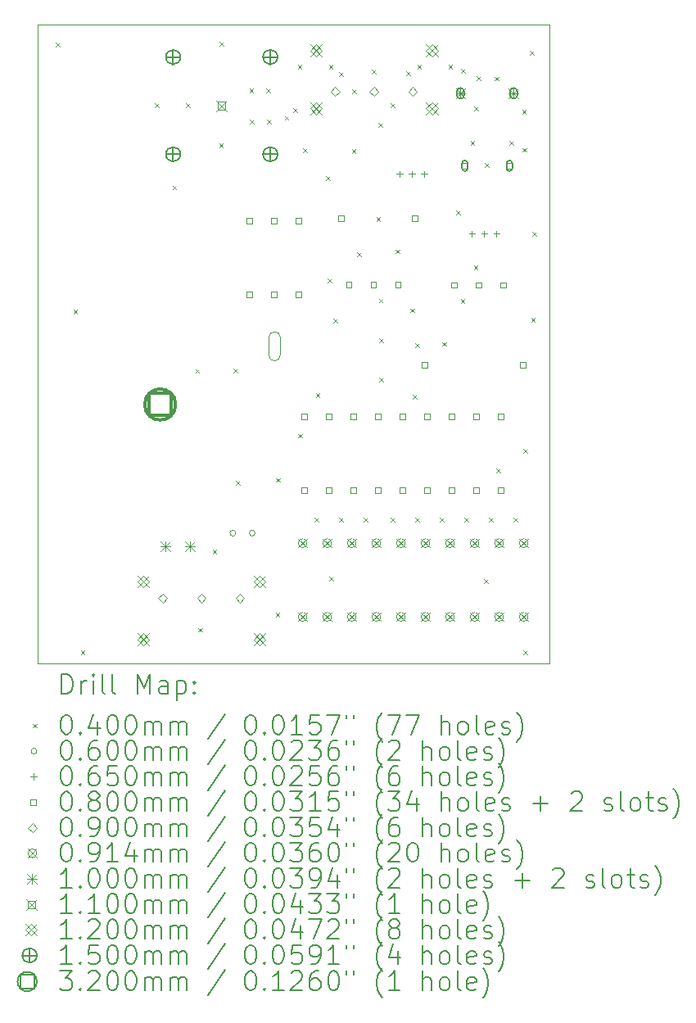
<source format=gbr>
%FSLAX45Y45*%
G04 Gerber Fmt 4.5, Leading zero omitted, Abs format (unit mm)*
G04 Created by KiCad (PCBNEW (6.0.4)) date 2023-10-22 18:39:00*
%MOMM*%
%LPD*%
G01*
G04 APERTURE LIST*
%TA.AperFunction,Profile*%
%ADD10C,0.100000*%
%TD*%
%ADD11C,0.200000*%
%ADD12C,0.040000*%
%ADD13C,0.060000*%
%ADD14C,0.065000*%
%ADD15C,0.080000*%
%ADD16C,0.090000*%
%ADD17C,0.091440*%
%ADD18C,0.100000*%
%ADD19C,0.110000*%
%ADD20C,0.120000*%
%ADD21C,0.150000*%
%ADD22C,0.320000*%
G04 APERTURE END LIST*
D10*
X23425800Y-11670600D02*
G75*
G03*
X23305800Y-11670600I-60000J0D01*
G01*
X26211000Y-8439000D02*
X20913000Y-8439000D01*
X20913000Y-8439000D02*
X20913000Y-15037000D01*
X20913000Y-15037000D02*
X26211000Y-15037000D01*
X26211000Y-15037000D02*
X26211000Y-8439000D01*
X23305800Y-11850600D02*
G75*
G03*
X23425800Y-11850600I60000J0D01*
G01*
X23305800Y-11670600D02*
X23305800Y-11850600D01*
X23425800Y-11670600D02*
X23425800Y-11850600D01*
D11*
D12*
X21102000Y-8624000D02*
X21142000Y-8664000D01*
X21142000Y-8624000D02*
X21102000Y-8664000D01*
X21285000Y-11383000D02*
X21325000Y-11423000D01*
X21325000Y-11383000D02*
X21285000Y-11423000D01*
X21362000Y-14907000D02*
X21402000Y-14947000D01*
X21402000Y-14907000D02*
X21362000Y-14947000D01*
X22130000Y-9247000D02*
X22170000Y-9287000D01*
X22170000Y-9247000D02*
X22130000Y-9287000D01*
X22309000Y-10100000D02*
X22349000Y-10140000D01*
X22349000Y-10100000D02*
X22309000Y-10140000D01*
X22449250Y-9246750D02*
X22489250Y-9286750D01*
X22489250Y-9246750D02*
X22449250Y-9286750D01*
X22547000Y-11998000D02*
X22587000Y-12038000D01*
X22587000Y-11998000D02*
X22547000Y-12038000D01*
X22578000Y-14673000D02*
X22618000Y-14713000D01*
X22618000Y-14673000D02*
X22578000Y-14713000D01*
X22724000Y-13864000D02*
X22764000Y-13904000D01*
X22764000Y-13864000D02*
X22724000Y-13904000D01*
X22792000Y-9663000D02*
X22832000Y-9703000D01*
X22832000Y-9663000D02*
X22792000Y-9703000D01*
X22796000Y-8617000D02*
X22836000Y-8657000D01*
X22836000Y-8617000D02*
X22796000Y-8657000D01*
X22942000Y-11995000D02*
X22982000Y-12035000D01*
X22982000Y-11995000D02*
X22942000Y-12035000D01*
X22964800Y-13151400D02*
X23004800Y-13191400D01*
X23004800Y-13151400D02*
X22964800Y-13191400D01*
X23106000Y-9099000D02*
X23146000Y-9139000D01*
X23146000Y-9099000D02*
X23106000Y-9139000D01*
X23110000Y-9418000D02*
X23150000Y-9458000D01*
X23150000Y-9418000D02*
X23110000Y-9458000D01*
X23280000Y-9095000D02*
X23320000Y-9135000D01*
X23320000Y-9095000D02*
X23280000Y-9135000D01*
X23288000Y-9421000D02*
X23328000Y-9461000D01*
X23328000Y-9421000D02*
X23288000Y-9461000D01*
X23377000Y-14513000D02*
X23417000Y-14553000D01*
X23417000Y-14513000D02*
X23377000Y-14553000D01*
X23381000Y-13124000D02*
X23421000Y-13164000D01*
X23421000Y-13124000D02*
X23381000Y-13164000D01*
X23470000Y-9380000D02*
X23510000Y-9420000D01*
X23510000Y-9380000D02*
X23470000Y-9420000D01*
X23557000Y-9298000D02*
X23597000Y-9338000D01*
X23597000Y-9298000D02*
X23557000Y-9338000D01*
X23605000Y-8852000D02*
X23645000Y-8892000D01*
X23645000Y-8852000D02*
X23605000Y-8892000D01*
X23611000Y-12665000D02*
X23651000Y-12705000D01*
X23651000Y-12665000D02*
X23611000Y-12705000D01*
X23659000Y-9717000D02*
X23699000Y-9757000D01*
X23699000Y-9717000D02*
X23659000Y-9757000D01*
X23777600Y-13532400D02*
X23817600Y-13572400D01*
X23817600Y-13532400D02*
X23777600Y-13572400D01*
X23792000Y-12245000D02*
X23832000Y-12285000D01*
X23832000Y-12245000D02*
X23792000Y-12285000D01*
X23900000Y-10001000D02*
X23940000Y-10041000D01*
X23940000Y-10001000D02*
X23900000Y-10041000D01*
X23917000Y-11061000D02*
X23957000Y-11101000D01*
X23957000Y-11061000D02*
X23917000Y-11101000D01*
X23927000Y-8849000D02*
X23967000Y-8889000D01*
X23967000Y-8849000D02*
X23927000Y-8889000D01*
X23931000Y-14146000D02*
X23971000Y-14186000D01*
X23971000Y-14146000D02*
X23931000Y-14186000D01*
X23971000Y-11475000D02*
X24011000Y-11515000D01*
X24011000Y-11475000D02*
X23971000Y-11515000D01*
X24031600Y-13532400D02*
X24071600Y-13572400D01*
X24071600Y-13532400D02*
X24031600Y-13572400D01*
X24035000Y-8927000D02*
X24075000Y-8967000D01*
X24075000Y-8927000D02*
X24035000Y-8967000D01*
X24164000Y-9724000D02*
X24204000Y-9764000D01*
X24204000Y-9724000D02*
X24164000Y-9764000D01*
X24168000Y-9108000D02*
X24208000Y-9148000D01*
X24208000Y-9108000D02*
X24168000Y-9148000D01*
X24217000Y-10789000D02*
X24257000Y-10829000D01*
X24257000Y-10789000D02*
X24217000Y-10829000D01*
X24285600Y-13532400D02*
X24325600Y-13572400D01*
X24325600Y-13532400D02*
X24285600Y-13572400D01*
X24374000Y-8905000D02*
X24414000Y-8945000D01*
X24414000Y-8905000D02*
X24374000Y-8945000D01*
X24419000Y-10426000D02*
X24459000Y-10466000D01*
X24459000Y-10426000D02*
X24419000Y-10466000D01*
X24437000Y-9452000D02*
X24477000Y-9492000D01*
X24477000Y-9452000D02*
X24437000Y-9492000D01*
X24444000Y-11269000D02*
X24484000Y-11309000D01*
X24484000Y-11269000D02*
X24444000Y-11309000D01*
X24446000Y-11678000D02*
X24486000Y-11718000D01*
X24486000Y-11678000D02*
X24446000Y-11718000D01*
X24449000Y-12084000D02*
X24489000Y-12124000D01*
X24489000Y-12084000D02*
X24449000Y-12124000D01*
X24565000Y-13532400D02*
X24605000Y-13572400D01*
X24605000Y-13532400D02*
X24565000Y-13572400D01*
X24569000Y-9247000D02*
X24609000Y-9287000D01*
X24609000Y-9247000D02*
X24569000Y-9287000D01*
X24619000Y-10761000D02*
X24659000Y-10801000D01*
X24659000Y-10761000D02*
X24619000Y-10801000D01*
X24725000Y-8917000D02*
X24765000Y-8957000D01*
X24765000Y-8917000D02*
X24725000Y-8957000D01*
X24772000Y-11370000D02*
X24812000Y-11410000D01*
X24812000Y-11370000D02*
X24772000Y-11410000D01*
X24793600Y-12262400D02*
X24833600Y-12302400D01*
X24833600Y-12262400D02*
X24793600Y-12302400D01*
X24819000Y-13532400D02*
X24859000Y-13572400D01*
X24859000Y-13532400D02*
X24819000Y-13572400D01*
X24823000Y-11731000D02*
X24863000Y-11771000D01*
X24863000Y-11731000D02*
X24823000Y-11771000D01*
X24841000Y-8853000D02*
X24881000Y-8893000D01*
X24881000Y-8853000D02*
X24841000Y-8893000D01*
X25073000Y-13532400D02*
X25113000Y-13572400D01*
X25113000Y-13532400D02*
X25073000Y-13572400D01*
X25101000Y-11717000D02*
X25141000Y-11757000D01*
X25141000Y-11717000D02*
X25101000Y-11757000D01*
X25162000Y-8851000D02*
X25202000Y-8891000D01*
X25202000Y-8851000D02*
X25162000Y-8891000D01*
X25243000Y-10359000D02*
X25283000Y-10399000D01*
X25283000Y-10359000D02*
X25243000Y-10399000D01*
X25289000Y-11271000D02*
X25329000Y-11311000D01*
X25329000Y-11271000D02*
X25289000Y-11311000D01*
X25296600Y-8891200D02*
X25336600Y-8931200D01*
X25336600Y-8891200D02*
X25296600Y-8931200D01*
X25327000Y-13532400D02*
X25367000Y-13572400D01*
X25367000Y-13532400D02*
X25327000Y-13572400D01*
X25392000Y-9638000D02*
X25432000Y-9678000D01*
X25432000Y-9638000D02*
X25392000Y-9678000D01*
X25425000Y-10929000D02*
X25465000Y-10969000D01*
X25465000Y-10929000D02*
X25425000Y-10969000D01*
X25428000Y-9286000D02*
X25468000Y-9326000D01*
X25468000Y-9286000D02*
X25428000Y-9326000D01*
X25453000Y-8972000D02*
X25493000Y-9012000D01*
X25493000Y-8972000D02*
X25453000Y-9012000D01*
X25530200Y-14167400D02*
X25570200Y-14207400D01*
X25570200Y-14167400D02*
X25530200Y-14207400D01*
X25539000Y-9869000D02*
X25579000Y-9909000D01*
X25579000Y-9869000D02*
X25539000Y-9909000D01*
X25581000Y-13532400D02*
X25621000Y-13572400D01*
X25621000Y-13532400D02*
X25581000Y-13572400D01*
X25643000Y-8974000D02*
X25683000Y-9014000D01*
X25683000Y-8974000D02*
X25643000Y-9014000D01*
X25657200Y-13024400D02*
X25697200Y-13064400D01*
X25697200Y-13024400D02*
X25657200Y-13064400D01*
X25796000Y-9641000D02*
X25836000Y-9681000D01*
X25836000Y-9641000D02*
X25796000Y-9681000D01*
X25835000Y-13532400D02*
X25875000Y-13572400D01*
X25875000Y-13532400D02*
X25835000Y-13572400D01*
X25926000Y-9320000D02*
X25966000Y-9360000D01*
X25966000Y-9320000D02*
X25926000Y-9360000D01*
X25927000Y-9712000D02*
X25967000Y-9752000D01*
X25967000Y-9712000D02*
X25927000Y-9752000D01*
X25936600Y-12821200D02*
X25976600Y-12861200D01*
X25976600Y-12821200D02*
X25936600Y-12861200D01*
X25939000Y-14903000D02*
X25979000Y-14943000D01*
X25979000Y-14903000D02*
X25939000Y-14943000D01*
X26008250Y-8705750D02*
X26048250Y-8745750D01*
X26048250Y-8705750D02*
X26008250Y-8745750D01*
X26018000Y-11465000D02*
X26058000Y-11505000D01*
X26058000Y-11465000D02*
X26018000Y-11505000D01*
X26028000Y-10578000D02*
X26068000Y-10618000D01*
X26068000Y-10578000D02*
X26028000Y-10618000D01*
D13*
X22964000Y-13693000D02*
G75*
G03*
X22964000Y-13693000I-30000J0D01*
G01*
X23164000Y-13693000D02*
G75*
G03*
X23164000Y-13693000I-30000J0D01*
G01*
D14*
X24660000Y-9947500D02*
X24660000Y-10012500D01*
X24627500Y-9980000D02*
X24692500Y-9980000D01*
X24787000Y-9947500D02*
X24787000Y-10012500D01*
X24754500Y-9980000D02*
X24819500Y-9980000D01*
X24914000Y-9947500D02*
X24914000Y-10012500D01*
X24881500Y-9980000D02*
X24946500Y-9980000D01*
X25407500Y-10565500D02*
X25407500Y-10630500D01*
X25375000Y-10598000D02*
X25440000Y-10598000D01*
X25534500Y-10565500D02*
X25534500Y-10630500D01*
X25502000Y-10598000D02*
X25567000Y-10598000D01*
X25661500Y-10565500D02*
X25661500Y-10630500D01*
X25629000Y-10598000D02*
X25694000Y-10598000D01*
D15*
X23133784Y-10493535D02*
X23133784Y-10436966D01*
X23077215Y-10436966D01*
X23077215Y-10493535D01*
X23133784Y-10493535D01*
X23133784Y-11255534D02*
X23133784Y-11198965D01*
X23077215Y-11198965D01*
X23077215Y-11255534D01*
X23133784Y-11255534D01*
X23387784Y-10493535D02*
X23387784Y-10436966D01*
X23331215Y-10436966D01*
X23331215Y-10493535D01*
X23387784Y-10493535D01*
X23387784Y-11255534D02*
X23387784Y-11198965D01*
X23331215Y-11198965D01*
X23331215Y-11255534D01*
X23387784Y-11255534D01*
X23641784Y-10493535D02*
X23641784Y-10436966D01*
X23585215Y-10436966D01*
X23585215Y-10493535D01*
X23641784Y-10493535D01*
X23641784Y-11255534D02*
X23641784Y-11198965D01*
X23585215Y-11198965D01*
X23585215Y-11255534D01*
X23641784Y-11255534D01*
X23697884Y-12513884D02*
X23697884Y-12457315D01*
X23641315Y-12457315D01*
X23641315Y-12513884D01*
X23697884Y-12513884D01*
X23697884Y-13275884D02*
X23697884Y-13219315D01*
X23641315Y-13219315D01*
X23641315Y-13275884D01*
X23697884Y-13275884D01*
X23951884Y-12513884D02*
X23951884Y-12457315D01*
X23895315Y-12457315D01*
X23895315Y-12513884D01*
X23951884Y-12513884D01*
X23951884Y-13275884D02*
X23951884Y-13219315D01*
X23895315Y-13219315D01*
X23895315Y-13275884D01*
X23951884Y-13275884D01*
X24078284Y-10468285D02*
X24078284Y-10411716D01*
X24021715Y-10411716D01*
X24021715Y-10468285D01*
X24078284Y-10468285D01*
X24162784Y-11150785D02*
X24162784Y-11094216D01*
X24106215Y-11094216D01*
X24106215Y-11150785D01*
X24162784Y-11150785D01*
X24205884Y-12513884D02*
X24205884Y-12457315D01*
X24149315Y-12457315D01*
X24149315Y-12513884D01*
X24205884Y-12513884D01*
X24205884Y-13275884D02*
X24205884Y-13219315D01*
X24149315Y-13219315D01*
X24149315Y-13275884D01*
X24205884Y-13275884D01*
X24416784Y-11150785D02*
X24416784Y-11094216D01*
X24360215Y-11094216D01*
X24360215Y-11150785D01*
X24416784Y-11150785D01*
X24459884Y-12513884D02*
X24459884Y-12457315D01*
X24403315Y-12457315D01*
X24403315Y-12513884D01*
X24459884Y-12513884D01*
X24459884Y-13275884D02*
X24459884Y-13219315D01*
X24403315Y-13219315D01*
X24403315Y-13275884D01*
X24459884Y-13275884D01*
X24670784Y-11150785D02*
X24670784Y-11094216D01*
X24614215Y-11094216D01*
X24614215Y-11150785D01*
X24670784Y-11150785D01*
X24713884Y-12513884D02*
X24713884Y-12457315D01*
X24657315Y-12457315D01*
X24657315Y-12513884D01*
X24713884Y-12513884D01*
X24713884Y-13275884D02*
X24713884Y-13219315D01*
X24657315Y-13219315D01*
X24657315Y-13275884D01*
X24713884Y-13275884D01*
X24840284Y-10468285D02*
X24840284Y-10411716D01*
X24783715Y-10411716D01*
X24783715Y-10468285D01*
X24840284Y-10468285D01*
X24943484Y-11980484D02*
X24943484Y-11923915D01*
X24886915Y-11923915D01*
X24886915Y-11980484D01*
X24943484Y-11980484D01*
X24967884Y-12513884D02*
X24967884Y-12457315D01*
X24911315Y-12457315D01*
X24911315Y-12513884D01*
X24967884Y-12513884D01*
X24967884Y-13275884D02*
X24967884Y-13219315D01*
X24911315Y-13219315D01*
X24911315Y-13275884D01*
X24967884Y-13275884D01*
X25221884Y-12513884D02*
X25221884Y-12457315D01*
X25165315Y-12457315D01*
X25165315Y-12513884D01*
X25221884Y-12513884D01*
X25221884Y-13275884D02*
X25221884Y-13219315D01*
X25165315Y-13219315D01*
X25165315Y-13275884D01*
X25221884Y-13275884D01*
X25250784Y-11156785D02*
X25250784Y-11100216D01*
X25194215Y-11100216D01*
X25194215Y-11156785D01*
X25250784Y-11156785D01*
X25361534Y-9924035D02*
X25361534Y-9867466D01*
X25304965Y-9867466D01*
X25304965Y-9924035D01*
X25361534Y-9924035D01*
D11*
X25303250Y-9870750D02*
X25303250Y-9920750D01*
X25363250Y-9870750D02*
X25363250Y-9920750D01*
X25303250Y-9920750D02*
G75*
G03*
X25363250Y-9920750I30000J0D01*
G01*
X25363250Y-9870750D02*
G75*
G03*
X25303250Y-9870750I-30000J0D01*
G01*
D15*
X25475884Y-12513884D02*
X25475884Y-12457315D01*
X25419315Y-12457315D01*
X25419315Y-12513884D01*
X25475884Y-12513884D01*
X25475884Y-13275884D02*
X25475884Y-13219315D01*
X25419315Y-13219315D01*
X25419315Y-13275884D01*
X25475884Y-13275884D01*
X25504784Y-11156785D02*
X25504784Y-11100216D01*
X25448215Y-11100216D01*
X25448215Y-11156785D01*
X25504784Y-11156785D01*
X25729884Y-12513884D02*
X25729884Y-12457315D01*
X25673315Y-12457315D01*
X25673315Y-12513884D01*
X25729884Y-12513884D01*
X25729884Y-13275884D02*
X25729884Y-13219315D01*
X25673315Y-13219315D01*
X25673315Y-13275884D01*
X25729884Y-13275884D01*
X25758784Y-11156785D02*
X25758784Y-11100216D01*
X25702215Y-11100216D01*
X25702215Y-11156785D01*
X25758784Y-11156785D01*
X25821534Y-9924035D02*
X25821534Y-9867466D01*
X25764965Y-9867466D01*
X25764965Y-9924035D01*
X25821534Y-9924035D01*
D11*
X25763250Y-9870750D02*
X25763250Y-9920750D01*
X25823250Y-9870750D02*
X25823250Y-9920750D01*
X25763250Y-9920750D02*
G75*
G03*
X25823250Y-9920750I30000J0D01*
G01*
X25823250Y-9870750D02*
G75*
G03*
X25763250Y-9870750I-30000J0D01*
G01*
D15*
X25959484Y-11980484D02*
X25959484Y-11923915D01*
X25902915Y-11923915D01*
X25902915Y-11980484D01*
X25959484Y-11980484D01*
D16*
X22208050Y-14410350D02*
X22253050Y-14365350D01*
X22208050Y-14320350D01*
X22163050Y-14365350D01*
X22208050Y-14410350D01*
X22608050Y-14410350D02*
X22653050Y-14365350D01*
X22608050Y-14320350D01*
X22563050Y-14365350D01*
X22608050Y-14410350D01*
X23008050Y-14410350D02*
X23053050Y-14365350D01*
X23008050Y-14320350D01*
X22963050Y-14365350D01*
X23008050Y-14410350D01*
X23993250Y-9173000D02*
X24038250Y-9128000D01*
X23993250Y-9083000D01*
X23948250Y-9128000D01*
X23993250Y-9173000D01*
X24393250Y-9173000D02*
X24438250Y-9128000D01*
X24393250Y-9083000D01*
X24348250Y-9128000D01*
X24393250Y-9173000D01*
X24793250Y-9173000D02*
X24838250Y-9128000D01*
X24793250Y-9083000D01*
X24748250Y-9128000D01*
X24793250Y-9173000D01*
D17*
X23610230Y-13749929D02*
X23701670Y-13841369D01*
X23701670Y-13749929D02*
X23610230Y-13841369D01*
X23701670Y-13795649D02*
G75*
G03*
X23701670Y-13795649I-45720J0D01*
G01*
X23610230Y-14511929D02*
X23701670Y-14603369D01*
X23701670Y-14511929D02*
X23610230Y-14603369D01*
X23701670Y-14557649D02*
G75*
G03*
X23701670Y-14557649I-45720J0D01*
G01*
X23864230Y-13749929D02*
X23955670Y-13841369D01*
X23955670Y-13749929D02*
X23864230Y-13841369D01*
X23955670Y-13795649D02*
G75*
G03*
X23955670Y-13795649I-45720J0D01*
G01*
X23864230Y-14511929D02*
X23955670Y-14603369D01*
X23955670Y-14511929D02*
X23864230Y-14603369D01*
X23955670Y-14557649D02*
G75*
G03*
X23955670Y-14557649I-45720J0D01*
G01*
X24118230Y-13749929D02*
X24209670Y-13841369D01*
X24209670Y-13749929D02*
X24118230Y-13841369D01*
X24209670Y-13795649D02*
G75*
G03*
X24209670Y-13795649I-45720J0D01*
G01*
X24118230Y-14511929D02*
X24209670Y-14603369D01*
X24209670Y-14511929D02*
X24118230Y-14603369D01*
X24209670Y-14557649D02*
G75*
G03*
X24209670Y-14557649I-45720J0D01*
G01*
X24372230Y-13749929D02*
X24463670Y-13841369D01*
X24463670Y-13749929D02*
X24372230Y-13841369D01*
X24463670Y-13795649D02*
G75*
G03*
X24463670Y-13795649I-45720J0D01*
G01*
X24372230Y-14511929D02*
X24463670Y-14603369D01*
X24463670Y-14511929D02*
X24372230Y-14603369D01*
X24463670Y-14557649D02*
G75*
G03*
X24463670Y-14557649I-45720J0D01*
G01*
X24626230Y-13749929D02*
X24717670Y-13841369D01*
X24717670Y-13749929D02*
X24626230Y-13841369D01*
X24717670Y-13795649D02*
G75*
G03*
X24717670Y-13795649I-45720J0D01*
G01*
X24626230Y-14511929D02*
X24717670Y-14603369D01*
X24717670Y-14511929D02*
X24626230Y-14603369D01*
X24717670Y-14557649D02*
G75*
G03*
X24717670Y-14557649I-45720J0D01*
G01*
X24880230Y-13749929D02*
X24971670Y-13841369D01*
X24971670Y-13749929D02*
X24880230Y-13841369D01*
X24971670Y-13795649D02*
G75*
G03*
X24971670Y-13795649I-45720J0D01*
G01*
X24880230Y-14511929D02*
X24971670Y-14603369D01*
X24971670Y-14511929D02*
X24880230Y-14603369D01*
X24971670Y-14557649D02*
G75*
G03*
X24971670Y-14557649I-45720J0D01*
G01*
X25134230Y-13749929D02*
X25225670Y-13841369D01*
X25225670Y-13749929D02*
X25134230Y-13841369D01*
X25225670Y-13795649D02*
G75*
G03*
X25225670Y-13795649I-45720J0D01*
G01*
X25134230Y-14511929D02*
X25225670Y-14603369D01*
X25225670Y-14511929D02*
X25134230Y-14603369D01*
X25225670Y-14557649D02*
G75*
G03*
X25225670Y-14557649I-45720J0D01*
G01*
X25388230Y-13749929D02*
X25479670Y-13841369D01*
X25479670Y-13749929D02*
X25388230Y-13841369D01*
X25479670Y-13795649D02*
G75*
G03*
X25479670Y-13795649I-45720J0D01*
G01*
X25388230Y-14511929D02*
X25479670Y-14603369D01*
X25479670Y-14511929D02*
X25388230Y-14603369D01*
X25479670Y-14557649D02*
G75*
G03*
X25479670Y-14557649I-45720J0D01*
G01*
X25642230Y-13749929D02*
X25733670Y-13841369D01*
X25733670Y-13749929D02*
X25642230Y-13841369D01*
X25733670Y-13795649D02*
G75*
G03*
X25733670Y-13795649I-45720J0D01*
G01*
X25642230Y-14511929D02*
X25733670Y-14603369D01*
X25733670Y-14511929D02*
X25642230Y-14603369D01*
X25733670Y-14557649D02*
G75*
G03*
X25733670Y-14557649I-45720J0D01*
G01*
X25896230Y-13749929D02*
X25987670Y-13841369D01*
X25987670Y-13749929D02*
X25896230Y-13841369D01*
X25987670Y-13795649D02*
G75*
G03*
X25987670Y-13795649I-45720J0D01*
G01*
X25896230Y-14511929D02*
X25987670Y-14603369D01*
X25987670Y-14511929D02*
X25896230Y-14603369D01*
X25987670Y-14557649D02*
G75*
G03*
X25987670Y-14557649I-45720J0D01*
G01*
D18*
X22189500Y-13782000D02*
X22289500Y-13882000D01*
X22289500Y-13782000D02*
X22189500Y-13882000D01*
X22239500Y-13782000D02*
X22239500Y-13882000D01*
X22189500Y-13832000D02*
X22289500Y-13832000D01*
X22443500Y-13782000D02*
X22543500Y-13882000D01*
X22543500Y-13782000D02*
X22443500Y-13882000D01*
X22493500Y-13782000D02*
X22493500Y-13882000D01*
X22443500Y-13832000D02*
X22543500Y-13832000D01*
X25238250Y-9095750D02*
X25338250Y-9195750D01*
X25338250Y-9095750D02*
X25238250Y-9195750D01*
X25288250Y-9095750D02*
X25288250Y-9195750D01*
X25238250Y-9145750D02*
X25338250Y-9145750D01*
D11*
X25248250Y-9130750D02*
X25248250Y-9160750D01*
X25328250Y-9130750D02*
X25328250Y-9160750D01*
X25248250Y-9160750D02*
G75*
G03*
X25328250Y-9160750I40000J0D01*
G01*
X25328250Y-9130750D02*
G75*
G03*
X25248250Y-9130750I-40000J0D01*
G01*
D18*
X25788250Y-9095750D02*
X25888250Y-9195750D01*
X25888250Y-9095750D02*
X25788250Y-9195750D01*
X25838250Y-9095750D02*
X25838250Y-9195750D01*
X25788250Y-9145750D02*
X25888250Y-9145750D01*
D11*
X25798250Y-9130750D02*
X25798250Y-9160750D01*
X25878250Y-9130750D02*
X25878250Y-9160750D01*
X25798250Y-9160750D02*
G75*
G03*
X25878250Y-9160750I40000J0D01*
G01*
X25878250Y-9130750D02*
G75*
G03*
X25798250Y-9130750I-40000J0D01*
G01*
D19*
X22764000Y-9219000D02*
X22874000Y-9329000D01*
X22874000Y-9219000D02*
X22764000Y-9329000D01*
X22857891Y-9312891D02*
X22857891Y-9235109D01*
X22780109Y-9235109D01*
X22780109Y-9312891D01*
X22857891Y-9312891D01*
D20*
X21948050Y-14130350D02*
X22068050Y-14250350D01*
X22068050Y-14130350D02*
X21948050Y-14250350D01*
X22008050Y-14250350D02*
X22068050Y-14190350D01*
X22008050Y-14130350D01*
X21948050Y-14190350D01*
X22008050Y-14250350D01*
X21948050Y-14730350D02*
X22068050Y-14850350D01*
X22068050Y-14730350D02*
X21948050Y-14850350D01*
X22008050Y-14850350D02*
X22068050Y-14790350D01*
X22008050Y-14730350D01*
X21948050Y-14790350D01*
X22008050Y-14850350D01*
X23148050Y-14130350D02*
X23268050Y-14250350D01*
X23268050Y-14130350D02*
X23148050Y-14250350D01*
X23208050Y-14250350D02*
X23268050Y-14190350D01*
X23208050Y-14130350D01*
X23148050Y-14190350D01*
X23208050Y-14250350D01*
X23148050Y-14730350D02*
X23268050Y-14850350D01*
X23268050Y-14730350D02*
X23148050Y-14850350D01*
X23208050Y-14850350D02*
X23268050Y-14790350D01*
X23208050Y-14730350D01*
X23148050Y-14790350D01*
X23208050Y-14850350D01*
X23733250Y-8643000D02*
X23853250Y-8763000D01*
X23853250Y-8643000D02*
X23733250Y-8763000D01*
X23793250Y-8763000D02*
X23853250Y-8703000D01*
X23793250Y-8643000D01*
X23733250Y-8703000D01*
X23793250Y-8763000D01*
X23733250Y-9243000D02*
X23853250Y-9363000D01*
X23853250Y-9243000D02*
X23733250Y-9363000D01*
X23793250Y-9363000D02*
X23853250Y-9303000D01*
X23793250Y-9243000D01*
X23733250Y-9303000D01*
X23793250Y-9363000D01*
X24933250Y-8643000D02*
X25053250Y-8763000D01*
X25053250Y-8643000D02*
X24933250Y-8763000D01*
X24993250Y-8763000D02*
X25053250Y-8703000D01*
X24993250Y-8643000D01*
X24933250Y-8703000D01*
X24993250Y-8763000D01*
X24933250Y-9243000D02*
X25053250Y-9363000D01*
X25053250Y-9243000D02*
X24933250Y-9363000D01*
X24993250Y-9363000D02*
X25053250Y-9303000D01*
X24993250Y-9243000D01*
X24933250Y-9303000D01*
X24993250Y-9363000D01*
D21*
X22316500Y-8696500D02*
X22316500Y-8846500D01*
X22241500Y-8771500D02*
X22391500Y-8771500D01*
X22391500Y-8771500D02*
G75*
G03*
X22391500Y-8771500I-75000J0D01*
G01*
X22316500Y-9701500D02*
X22316500Y-9851500D01*
X22241500Y-9776500D02*
X22391500Y-9776500D01*
X22391500Y-9776500D02*
G75*
G03*
X22391500Y-9776500I-75000J0D01*
G01*
X23321500Y-8696500D02*
X23321500Y-8846500D01*
X23246500Y-8771500D02*
X23396500Y-8771500D01*
X23396500Y-8771500D02*
G75*
G03*
X23396500Y-8771500I-75000J0D01*
G01*
X23321500Y-9701500D02*
X23321500Y-9851500D01*
X23246500Y-9776500D02*
X23396500Y-9776500D01*
X23396500Y-9776500D02*
G75*
G03*
X23396500Y-9776500I-75000J0D01*
G01*
D22*
X22296138Y-12476138D02*
X22296138Y-12249862D01*
X22069862Y-12249862D01*
X22069862Y-12476138D01*
X22296138Y-12476138D01*
X22343000Y-12363000D02*
G75*
G03*
X22343000Y-12363000I-160000J0D01*
G01*
D11*
X21165619Y-15352476D02*
X21165619Y-15152476D01*
X21213238Y-15152476D01*
X21241810Y-15162000D01*
X21260857Y-15181048D01*
X21270381Y-15200095D01*
X21279905Y-15238190D01*
X21279905Y-15266762D01*
X21270381Y-15304857D01*
X21260857Y-15323905D01*
X21241810Y-15342952D01*
X21213238Y-15352476D01*
X21165619Y-15352476D01*
X21365619Y-15352476D02*
X21365619Y-15219143D01*
X21365619Y-15257238D02*
X21375143Y-15238190D01*
X21384667Y-15228667D01*
X21403714Y-15219143D01*
X21422762Y-15219143D01*
X21489429Y-15352476D02*
X21489429Y-15219143D01*
X21489429Y-15152476D02*
X21479905Y-15162000D01*
X21489429Y-15171524D01*
X21498952Y-15162000D01*
X21489429Y-15152476D01*
X21489429Y-15171524D01*
X21613238Y-15352476D02*
X21594190Y-15342952D01*
X21584667Y-15323905D01*
X21584667Y-15152476D01*
X21718000Y-15352476D02*
X21698952Y-15342952D01*
X21689429Y-15323905D01*
X21689429Y-15152476D01*
X21946571Y-15352476D02*
X21946571Y-15152476D01*
X22013238Y-15295333D01*
X22079905Y-15152476D01*
X22079905Y-15352476D01*
X22260857Y-15352476D02*
X22260857Y-15247714D01*
X22251333Y-15228667D01*
X22232286Y-15219143D01*
X22194190Y-15219143D01*
X22175143Y-15228667D01*
X22260857Y-15342952D02*
X22241810Y-15352476D01*
X22194190Y-15352476D01*
X22175143Y-15342952D01*
X22165619Y-15323905D01*
X22165619Y-15304857D01*
X22175143Y-15285809D01*
X22194190Y-15276286D01*
X22241810Y-15276286D01*
X22260857Y-15266762D01*
X22356095Y-15219143D02*
X22356095Y-15419143D01*
X22356095Y-15228667D02*
X22375143Y-15219143D01*
X22413238Y-15219143D01*
X22432286Y-15228667D01*
X22441809Y-15238190D01*
X22451333Y-15257238D01*
X22451333Y-15314381D01*
X22441809Y-15333428D01*
X22432286Y-15342952D01*
X22413238Y-15352476D01*
X22375143Y-15352476D01*
X22356095Y-15342952D01*
X22537048Y-15333428D02*
X22546571Y-15342952D01*
X22537048Y-15352476D01*
X22527524Y-15342952D01*
X22537048Y-15333428D01*
X22537048Y-15352476D01*
X22537048Y-15228667D02*
X22546571Y-15238190D01*
X22537048Y-15247714D01*
X22527524Y-15238190D01*
X22537048Y-15228667D01*
X22537048Y-15247714D01*
D12*
X20868000Y-15662000D02*
X20908000Y-15702000D01*
X20908000Y-15662000D02*
X20868000Y-15702000D01*
D11*
X21203714Y-15572476D02*
X21222762Y-15572476D01*
X21241810Y-15582000D01*
X21251333Y-15591524D01*
X21260857Y-15610571D01*
X21270381Y-15648667D01*
X21270381Y-15696286D01*
X21260857Y-15734381D01*
X21251333Y-15753428D01*
X21241810Y-15762952D01*
X21222762Y-15772476D01*
X21203714Y-15772476D01*
X21184667Y-15762952D01*
X21175143Y-15753428D01*
X21165619Y-15734381D01*
X21156095Y-15696286D01*
X21156095Y-15648667D01*
X21165619Y-15610571D01*
X21175143Y-15591524D01*
X21184667Y-15582000D01*
X21203714Y-15572476D01*
X21356095Y-15753428D02*
X21365619Y-15762952D01*
X21356095Y-15772476D01*
X21346571Y-15762952D01*
X21356095Y-15753428D01*
X21356095Y-15772476D01*
X21537048Y-15639143D02*
X21537048Y-15772476D01*
X21489429Y-15562952D02*
X21441810Y-15705809D01*
X21565619Y-15705809D01*
X21679905Y-15572476D02*
X21698952Y-15572476D01*
X21718000Y-15582000D01*
X21727524Y-15591524D01*
X21737048Y-15610571D01*
X21746571Y-15648667D01*
X21746571Y-15696286D01*
X21737048Y-15734381D01*
X21727524Y-15753428D01*
X21718000Y-15762952D01*
X21698952Y-15772476D01*
X21679905Y-15772476D01*
X21660857Y-15762952D01*
X21651333Y-15753428D01*
X21641810Y-15734381D01*
X21632286Y-15696286D01*
X21632286Y-15648667D01*
X21641810Y-15610571D01*
X21651333Y-15591524D01*
X21660857Y-15582000D01*
X21679905Y-15572476D01*
X21870381Y-15572476D02*
X21889429Y-15572476D01*
X21908476Y-15582000D01*
X21918000Y-15591524D01*
X21927524Y-15610571D01*
X21937048Y-15648667D01*
X21937048Y-15696286D01*
X21927524Y-15734381D01*
X21918000Y-15753428D01*
X21908476Y-15762952D01*
X21889429Y-15772476D01*
X21870381Y-15772476D01*
X21851333Y-15762952D01*
X21841810Y-15753428D01*
X21832286Y-15734381D01*
X21822762Y-15696286D01*
X21822762Y-15648667D01*
X21832286Y-15610571D01*
X21841810Y-15591524D01*
X21851333Y-15582000D01*
X21870381Y-15572476D01*
X22022762Y-15772476D02*
X22022762Y-15639143D01*
X22022762Y-15658190D02*
X22032286Y-15648667D01*
X22051333Y-15639143D01*
X22079905Y-15639143D01*
X22098952Y-15648667D01*
X22108476Y-15667714D01*
X22108476Y-15772476D01*
X22108476Y-15667714D02*
X22118000Y-15648667D01*
X22137048Y-15639143D01*
X22165619Y-15639143D01*
X22184667Y-15648667D01*
X22194190Y-15667714D01*
X22194190Y-15772476D01*
X22289429Y-15772476D02*
X22289429Y-15639143D01*
X22289429Y-15658190D02*
X22298952Y-15648667D01*
X22318000Y-15639143D01*
X22346571Y-15639143D01*
X22365619Y-15648667D01*
X22375143Y-15667714D01*
X22375143Y-15772476D01*
X22375143Y-15667714D02*
X22384667Y-15648667D01*
X22403714Y-15639143D01*
X22432286Y-15639143D01*
X22451333Y-15648667D01*
X22460857Y-15667714D01*
X22460857Y-15772476D01*
X22851333Y-15562952D02*
X22679905Y-15820095D01*
X23108476Y-15572476D02*
X23127524Y-15572476D01*
X23146571Y-15582000D01*
X23156095Y-15591524D01*
X23165619Y-15610571D01*
X23175143Y-15648667D01*
X23175143Y-15696286D01*
X23165619Y-15734381D01*
X23156095Y-15753428D01*
X23146571Y-15762952D01*
X23127524Y-15772476D01*
X23108476Y-15772476D01*
X23089428Y-15762952D01*
X23079905Y-15753428D01*
X23070381Y-15734381D01*
X23060857Y-15696286D01*
X23060857Y-15648667D01*
X23070381Y-15610571D01*
X23079905Y-15591524D01*
X23089428Y-15582000D01*
X23108476Y-15572476D01*
X23260857Y-15753428D02*
X23270381Y-15762952D01*
X23260857Y-15772476D01*
X23251333Y-15762952D01*
X23260857Y-15753428D01*
X23260857Y-15772476D01*
X23394190Y-15572476D02*
X23413238Y-15572476D01*
X23432286Y-15582000D01*
X23441809Y-15591524D01*
X23451333Y-15610571D01*
X23460857Y-15648667D01*
X23460857Y-15696286D01*
X23451333Y-15734381D01*
X23441809Y-15753428D01*
X23432286Y-15762952D01*
X23413238Y-15772476D01*
X23394190Y-15772476D01*
X23375143Y-15762952D01*
X23365619Y-15753428D01*
X23356095Y-15734381D01*
X23346571Y-15696286D01*
X23346571Y-15648667D01*
X23356095Y-15610571D01*
X23365619Y-15591524D01*
X23375143Y-15582000D01*
X23394190Y-15572476D01*
X23651333Y-15772476D02*
X23537048Y-15772476D01*
X23594190Y-15772476D02*
X23594190Y-15572476D01*
X23575143Y-15601048D01*
X23556095Y-15620095D01*
X23537048Y-15629619D01*
X23832286Y-15572476D02*
X23737048Y-15572476D01*
X23727524Y-15667714D01*
X23737048Y-15658190D01*
X23756095Y-15648667D01*
X23803714Y-15648667D01*
X23822762Y-15658190D01*
X23832286Y-15667714D01*
X23841809Y-15686762D01*
X23841809Y-15734381D01*
X23832286Y-15753428D01*
X23822762Y-15762952D01*
X23803714Y-15772476D01*
X23756095Y-15772476D01*
X23737048Y-15762952D01*
X23727524Y-15753428D01*
X23908476Y-15572476D02*
X24041809Y-15572476D01*
X23956095Y-15772476D01*
X24108476Y-15572476D02*
X24108476Y-15610571D01*
X24184667Y-15572476D02*
X24184667Y-15610571D01*
X24479905Y-15848667D02*
X24470381Y-15839143D01*
X24451333Y-15810571D01*
X24441809Y-15791524D01*
X24432286Y-15762952D01*
X24422762Y-15715333D01*
X24422762Y-15677238D01*
X24432286Y-15629619D01*
X24441809Y-15601048D01*
X24451333Y-15582000D01*
X24470381Y-15553428D01*
X24479905Y-15543905D01*
X24537048Y-15572476D02*
X24670381Y-15572476D01*
X24584667Y-15772476D01*
X24727524Y-15572476D02*
X24860857Y-15572476D01*
X24775143Y-15772476D01*
X25089428Y-15772476D02*
X25089428Y-15572476D01*
X25175143Y-15772476D02*
X25175143Y-15667714D01*
X25165619Y-15648667D01*
X25146571Y-15639143D01*
X25118000Y-15639143D01*
X25098952Y-15648667D01*
X25089428Y-15658190D01*
X25298952Y-15772476D02*
X25279905Y-15762952D01*
X25270381Y-15753428D01*
X25260857Y-15734381D01*
X25260857Y-15677238D01*
X25270381Y-15658190D01*
X25279905Y-15648667D01*
X25298952Y-15639143D01*
X25327524Y-15639143D01*
X25346571Y-15648667D01*
X25356095Y-15658190D01*
X25365619Y-15677238D01*
X25365619Y-15734381D01*
X25356095Y-15753428D01*
X25346571Y-15762952D01*
X25327524Y-15772476D01*
X25298952Y-15772476D01*
X25479905Y-15772476D02*
X25460857Y-15762952D01*
X25451333Y-15743905D01*
X25451333Y-15572476D01*
X25632286Y-15762952D02*
X25613238Y-15772476D01*
X25575143Y-15772476D01*
X25556095Y-15762952D01*
X25546571Y-15743905D01*
X25546571Y-15667714D01*
X25556095Y-15648667D01*
X25575143Y-15639143D01*
X25613238Y-15639143D01*
X25632286Y-15648667D01*
X25641809Y-15667714D01*
X25641809Y-15686762D01*
X25546571Y-15705809D01*
X25718000Y-15762952D02*
X25737048Y-15772476D01*
X25775143Y-15772476D01*
X25794190Y-15762952D01*
X25803714Y-15743905D01*
X25803714Y-15734381D01*
X25794190Y-15715333D01*
X25775143Y-15705809D01*
X25746571Y-15705809D01*
X25727524Y-15696286D01*
X25718000Y-15677238D01*
X25718000Y-15667714D01*
X25727524Y-15648667D01*
X25746571Y-15639143D01*
X25775143Y-15639143D01*
X25794190Y-15648667D01*
X25870381Y-15848667D02*
X25879905Y-15839143D01*
X25898952Y-15810571D01*
X25908476Y-15791524D01*
X25918000Y-15762952D01*
X25927524Y-15715333D01*
X25927524Y-15677238D01*
X25918000Y-15629619D01*
X25908476Y-15601048D01*
X25898952Y-15582000D01*
X25879905Y-15553428D01*
X25870381Y-15543905D01*
D13*
X20908000Y-15946000D02*
G75*
G03*
X20908000Y-15946000I-30000J0D01*
G01*
D11*
X21203714Y-15836476D02*
X21222762Y-15836476D01*
X21241810Y-15846000D01*
X21251333Y-15855524D01*
X21260857Y-15874571D01*
X21270381Y-15912667D01*
X21270381Y-15960286D01*
X21260857Y-15998381D01*
X21251333Y-16017428D01*
X21241810Y-16026952D01*
X21222762Y-16036476D01*
X21203714Y-16036476D01*
X21184667Y-16026952D01*
X21175143Y-16017428D01*
X21165619Y-15998381D01*
X21156095Y-15960286D01*
X21156095Y-15912667D01*
X21165619Y-15874571D01*
X21175143Y-15855524D01*
X21184667Y-15846000D01*
X21203714Y-15836476D01*
X21356095Y-16017428D02*
X21365619Y-16026952D01*
X21356095Y-16036476D01*
X21346571Y-16026952D01*
X21356095Y-16017428D01*
X21356095Y-16036476D01*
X21537048Y-15836476D02*
X21498952Y-15836476D01*
X21479905Y-15846000D01*
X21470381Y-15855524D01*
X21451333Y-15884095D01*
X21441810Y-15922190D01*
X21441810Y-15998381D01*
X21451333Y-16017428D01*
X21460857Y-16026952D01*
X21479905Y-16036476D01*
X21518000Y-16036476D01*
X21537048Y-16026952D01*
X21546571Y-16017428D01*
X21556095Y-15998381D01*
X21556095Y-15950762D01*
X21546571Y-15931714D01*
X21537048Y-15922190D01*
X21518000Y-15912667D01*
X21479905Y-15912667D01*
X21460857Y-15922190D01*
X21451333Y-15931714D01*
X21441810Y-15950762D01*
X21679905Y-15836476D02*
X21698952Y-15836476D01*
X21718000Y-15846000D01*
X21727524Y-15855524D01*
X21737048Y-15874571D01*
X21746571Y-15912667D01*
X21746571Y-15960286D01*
X21737048Y-15998381D01*
X21727524Y-16017428D01*
X21718000Y-16026952D01*
X21698952Y-16036476D01*
X21679905Y-16036476D01*
X21660857Y-16026952D01*
X21651333Y-16017428D01*
X21641810Y-15998381D01*
X21632286Y-15960286D01*
X21632286Y-15912667D01*
X21641810Y-15874571D01*
X21651333Y-15855524D01*
X21660857Y-15846000D01*
X21679905Y-15836476D01*
X21870381Y-15836476D02*
X21889429Y-15836476D01*
X21908476Y-15846000D01*
X21918000Y-15855524D01*
X21927524Y-15874571D01*
X21937048Y-15912667D01*
X21937048Y-15960286D01*
X21927524Y-15998381D01*
X21918000Y-16017428D01*
X21908476Y-16026952D01*
X21889429Y-16036476D01*
X21870381Y-16036476D01*
X21851333Y-16026952D01*
X21841810Y-16017428D01*
X21832286Y-15998381D01*
X21822762Y-15960286D01*
X21822762Y-15912667D01*
X21832286Y-15874571D01*
X21841810Y-15855524D01*
X21851333Y-15846000D01*
X21870381Y-15836476D01*
X22022762Y-16036476D02*
X22022762Y-15903143D01*
X22022762Y-15922190D02*
X22032286Y-15912667D01*
X22051333Y-15903143D01*
X22079905Y-15903143D01*
X22098952Y-15912667D01*
X22108476Y-15931714D01*
X22108476Y-16036476D01*
X22108476Y-15931714D02*
X22118000Y-15912667D01*
X22137048Y-15903143D01*
X22165619Y-15903143D01*
X22184667Y-15912667D01*
X22194190Y-15931714D01*
X22194190Y-16036476D01*
X22289429Y-16036476D02*
X22289429Y-15903143D01*
X22289429Y-15922190D02*
X22298952Y-15912667D01*
X22318000Y-15903143D01*
X22346571Y-15903143D01*
X22365619Y-15912667D01*
X22375143Y-15931714D01*
X22375143Y-16036476D01*
X22375143Y-15931714D02*
X22384667Y-15912667D01*
X22403714Y-15903143D01*
X22432286Y-15903143D01*
X22451333Y-15912667D01*
X22460857Y-15931714D01*
X22460857Y-16036476D01*
X22851333Y-15826952D02*
X22679905Y-16084095D01*
X23108476Y-15836476D02*
X23127524Y-15836476D01*
X23146571Y-15846000D01*
X23156095Y-15855524D01*
X23165619Y-15874571D01*
X23175143Y-15912667D01*
X23175143Y-15960286D01*
X23165619Y-15998381D01*
X23156095Y-16017428D01*
X23146571Y-16026952D01*
X23127524Y-16036476D01*
X23108476Y-16036476D01*
X23089428Y-16026952D01*
X23079905Y-16017428D01*
X23070381Y-15998381D01*
X23060857Y-15960286D01*
X23060857Y-15912667D01*
X23070381Y-15874571D01*
X23079905Y-15855524D01*
X23089428Y-15846000D01*
X23108476Y-15836476D01*
X23260857Y-16017428D02*
X23270381Y-16026952D01*
X23260857Y-16036476D01*
X23251333Y-16026952D01*
X23260857Y-16017428D01*
X23260857Y-16036476D01*
X23394190Y-15836476D02*
X23413238Y-15836476D01*
X23432286Y-15846000D01*
X23441809Y-15855524D01*
X23451333Y-15874571D01*
X23460857Y-15912667D01*
X23460857Y-15960286D01*
X23451333Y-15998381D01*
X23441809Y-16017428D01*
X23432286Y-16026952D01*
X23413238Y-16036476D01*
X23394190Y-16036476D01*
X23375143Y-16026952D01*
X23365619Y-16017428D01*
X23356095Y-15998381D01*
X23346571Y-15960286D01*
X23346571Y-15912667D01*
X23356095Y-15874571D01*
X23365619Y-15855524D01*
X23375143Y-15846000D01*
X23394190Y-15836476D01*
X23537048Y-15855524D02*
X23546571Y-15846000D01*
X23565619Y-15836476D01*
X23613238Y-15836476D01*
X23632286Y-15846000D01*
X23641809Y-15855524D01*
X23651333Y-15874571D01*
X23651333Y-15893619D01*
X23641809Y-15922190D01*
X23527524Y-16036476D01*
X23651333Y-16036476D01*
X23718000Y-15836476D02*
X23841809Y-15836476D01*
X23775143Y-15912667D01*
X23803714Y-15912667D01*
X23822762Y-15922190D01*
X23832286Y-15931714D01*
X23841809Y-15950762D01*
X23841809Y-15998381D01*
X23832286Y-16017428D01*
X23822762Y-16026952D01*
X23803714Y-16036476D01*
X23746571Y-16036476D01*
X23727524Y-16026952D01*
X23718000Y-16017428D01*
X24013238Y-15836476D02*
X23975143Y-15836476D01*
X23956095Y-15846000D01*
X23946571Y-15855524D01*
X23927524Y-15884095D01*
X23918000Y-15922190D01*
X23918000Y-15998381D01*
X23927524Y-16017428D01*
X23937048Y-16026952D01*
X23956095Y-16036476D01*
X23994190Y-16036476D01*
X24013238Y-16026952D01*
X24022762Y-16017428D01*
X24032286Y-15998381D01*
X24032286Y-15950762D01*
X24022762Y-15931714D01*
X24013238Y-15922190D01*
X23994190Y-15912667D01*
X23956095Y-15912667D01*
X23937048Y-15922190D01*
X23927524Y-15931714D01*
X23918000Y-15950762D01*
X24108476Y-15836476D02*
X24108476Y-15874571D01*
X24184667Y-15836476D02*
X24184667Y-15874571D01*
X24479905Y-16112667D02*
X24470381Y-16103143D01*
X24451333Y-16074571D01*
X24441809Y-16055524D01*
X24432286Y-16026952D01*
X24422762Y-15979333D01*
X24422762Y-15941238D01*
X24432286Y-15893619D01*
X24441809Y-15865048D01*
X24451333Y-15846000D01*
X24470381Y-15817428D01*
X24479905Y-15807905D01*
X24546571Y-15855524D02*
X24556095Y-15846000D01*
X24575143Y-15836476D01*
X24622762Y-15836476D01*
X24641809Y-15846000D01*
X24651333Y-15855524D01*
X24660857Y-15874571D01*
X24660857Y-15893619D01*
X24651333Y-15922190D01*
X24537048Y-16036476D01*
X24660857Y-16036476D01*
X24898952Y-16036476D02*
X24898952Y-15836476D01*
X24984667Y-16036476D02*
X24984667Y-15931714D01*
X24975143Y-15912667D01*
X24956095Y-15903143D01*
X24927524Y-15903143D01*
X24908476Y-15912667D01*
X24898952Y-15922190D01*
X25108476Y-16036476D02*
X25089428Y-16026952D01*
X25079905Y-16017428D01*
X25070381Y-15998381D01*
X25070381Y-15941238D01*
X25079905Y-15922190D01*
X25089428Y-15912667D01*
X25108476Y-15903143D01*
X25137048Y-15903143D01*
X25156095Y-15912667D01*
X25165619Y-15922190D01*
X25175143Y-15941238D01*
X25175143Y-15998381D01*
X25165619Y-16017428D01*
X25156095Y-16026952D01*
X25137048Y-16036476D01*
X25108476Y-16036476D01*
X25289428Y-16036476D02*
X25270381Y-16026952D01*
X25260857Y-16007905D01*
X25260857Y-15836476D01*
X25441809Y-16026952D02*
X25422762Y-16036476D01*
X25384667Y-16036476D01*
X25365619Y-16026952D01*
X25356095Y-16007905D01*
X25356095Y-15931714D01*
X25365619Y-15912667D01*
X25384667Y-15903143D01*
X25422762Y-15903143D01*
X25441809Y-15912667D01*
X25451333Y-15931714D01*
X25451333Y-15950762D01*
X25356095Y-15969809D01*
X25527524Y-16026952D02*
X25546571Y-16036476D01*
X25584667Y-16036476D01*
X25603714Y-16026952D01*
X25613238Y-16007905D01*
X25613238Y-15998381D01*
X25603714Y-15979333D01*
X25584667Y-15969809D01*
X25556095Y-15969809D01*
X25537048Y-15960286D01*
X25527524Y-15941238D01*
X25527524Y-15931714D01*
X25537048Y-15912667D01*
X25556095Y-15903143D01*
X25584667Y-15903143D01*
X25603714Y-15912667D01*
X25679905Y-16112667D02*
X25689428Y-16103143D01*
X25708476Y-16074571D01*
X25718000Y-16055524D01*
X25727524Y-16026952D01*
X25737048Y-15979333D01*
X25737048Y-15941238D01*
X25727524Y-15893619D01*
X25718000Y-15865048D01*
X25708476Y-15846000D01*
X25689428Y-15817428D01*
X25679905Y-15807905D01*
D14*
X20875500Y-16177500D02*
X20875500Y-16242500D01*
X20843000Y-16210000D02*
X20908000Y-16210000D01*
D11*
X21203714Y-16100476D02*
X21222762Y-16100476D01*
X21241810Y-16110000D01*
X21251333Y-16119524D01*
X21260857Y-16138571D01*
X21270381Y-16176667D01*
X21270381Y-16224286D01*
X21260857Y-16262381D01*
X21251333Y-16281428D01*
X21241810Y-16290952D01*
X21222762Y-16300476D01*
X21203714Y-16300476D01*
X21184667Y-16290952D01*
X21175143Y-16281428D01*
X21165619Y-16262381D01*
X21156095Y-16224286D01*
X21156095Y-16176667D01*
X21165619Y-16138571D01*
X21175143Y-16119524D01*
X21184667Y-16110000D01*
X21203714Y-16100476D01*
X21356095Y-16281428D02*
X21365619Y-16290952D01*
X21356095Y-16300476D01*
X21346571Y-16290952D01*
X21356095Y-16281428D01*
X21356095Y-16300476D01*
X21537048Y-16100476D02*
X21498952Y-16100476D01*
X21479905Y-16110000D01*
X21470381Y-16119524D01*
X21451333Y-16148095D01*
X21441810Y-16186190D01*
X21441810Y-16262381D01*
X21451333Y-16281428D01*
X21460857Y-16290952D01*
X21479905Y-16300476D01*
X21518000Y-16300476D01*
X21537048Y-16290952D01*
X21546571Y-16281428D01*
X21556095Y-16262381D01*
X21556095Y-16214762D01*
X21546571Y-16195714D01*
X21537048Y-16186190D01*
X21518000Y-16176667D01*
X21479905Y-16176667D01*
X21460857Y-16186190D01*
X21451333Y-16195714D01*
X21441810Y-16214762D01*
X21737048Y-16100476D02*
X21641810Y-16100476D01*
X21632286Y-16195714D01*
X21641810Y-16186190D01*
X21660857Y-16176667D01*
X21708476Y-16176667D01*
X21727524Y-16186190D01*
X21737048Y-16195714D01*
X21746571Y-16214762D01*
X21746571Y-16262381D01*
X21737048Y-16281428D01*
X21727524Y-16290952D01*
X21708476Y-16300476D01*
X21660857Y-16300476D01*
X21641810Y-16290952D01*
X21632286Y-16281428D01*
X21870381Y-16100476D02*
X21889429Y-16100476D01*
X21908476Y-16110000D01*
X21918000Y-16119524D01*
X21927524Y-16138571D01*
X21937048Y-16176667D01*
X21937048Y-16224286D01*
X21927524Y-16262381D01*
X21918000Y-16281428D01*
X21908476Y-16290952D01*
X21889429Y-16300476D01*
X21870381Y-16300476D01*
X21851333Y-16290952D01*
X21841810Y-16281428D01*
X21832286Y-16262381D01*
X21822762Y-16224286D01*
X21822762Y-16176667D01*
X21832286Y-16138571D01*
X21841810Y-16119524D01*
X21851333Y-16110000D01*
X21870381Y-16100476D01*
X22022762Y-16300476D02*
X22022762Y-16167143D01*
X22022762Y-16186190D02*
X22032286Y-16176667D01*
X22051333Y-16167143D01*
X22079905Y-16167143D01*
X22098952Y-16176667D01*
X22108476Y-16195714D01*
X22108476Y-16300476D01*
X22108476Y-16195714D02*
X22118000Y-16176667D01*
X22137048Y-16167143D01*
X22165619Y-16167143D01*
X22184667Y-16176667D01*
X22194190Y-16195714D01*
X22194190Y-16300476D01*
X22289429Y-16300476D02*
X22289429Y-16167143D01*
X22289429Y-16186190D02*
X22298952Y-16176667D01*
X22318000Y-16167143D01*
X22346571Y-16167143D01*
X22365619Y-16176667D01*
X22375143Y-16195714D01*
X22375143Y-16300476D01*
X22375143Y-16195714D02*
X22384667Y-16176667D01*
X22403714Y-16167143D01*
X22432286Y-16167143D01*
X22451333Y-16176667D01*
X22460857Y-16195714D01*
X22460857Y-16300476D01*
X22851333Y-16090952D02*
X22679905Y-16348095D01*
X23108476Y-16100476D02*
X23127524Y-16100476D01*
X23146571Y-16110000D01*
X23156095Y-16119524D01*
X23165619Y-16138571D01*
X23175143Y-16176667D01*
X23175143Y-16224286D01*
X23165619Y-16262381D01*
X23156095Y-16281428D01*
X23146571Y-16290952D01*
X23127524Y-16300476D01*
X23108476Y-16300476D01*
X23089428Y-16290952D01*
X23079905Y-16281428D01*
X23070381Y-16262381D01*
X23060857Y-16224286D01*
X23060857Y-16176667D01*
X23070381Y-16138571D01*
X23079905Y-16119524D01*
X23089428Y-16110000D01*
X23108476Y-16100476D01*
X23260857Y-16281428D02*
X23270381Y-16290952D01*
X23260857Y-16300476D01*
X23251333Y-16290952D01*
X23260857Y-16281428D01*
X23260857Y-16300476D01*
X23394190Y-16100476D02*
X23413238Y-16100476D01*
X23432286Y-16110000D01*
X23441809Y-16119524D01*
X23451333Y-16138571D01*
X23460857Y-16176667D01*
X23460857Y-16224286D01*
X23451333Y-16262381D01*
X23441809Y-16281428D01*
X23432286Y-16290952D01*
X23413238Y-16300476D01*
X23394190Y-16300476D01*
X23375143Y-16290952D01*
X23365619Y-16281428D01*
X23356095Y-16262381D01*
X23346571Y-16224286D01*
X23346571Y-16176667D01*
X23356095Y-16138571D01*
X23365619Y-16119524D01*
X23375143Y-16110000D01*
X23394190Y-16100476D01*
X23537048Y-16119524D02*
X23546571Y-16110000D01*
X23565619Y-16100476D01*
X23613238Y-16100476D01*
X23632286Y-16110000D01*
X23641809Y-16119524D01*
X23651333Y-16138571D01*
X23651333Y-16157619D01*
X23641809Y-16186190D01*
X23527524Y-16300476D01*
X23651333Y-16300476D01*
X23832286Y-16100476D02*
X23737048Y-16100476D01*
X23727524Y-16195714D01*
X23737048Y-16186190D01*
X23756095Y-16176667D01*
X23803714Y-16176667D01*
X23822762Y-16186190D01*
X23832286Y-16195714D01*
X23841809Y-16214762D01*
X23841809Y-16262381D01*
X23832286Y-16281428D01*
X23822762Y-16290952D01*
X23803714Y-16300476D01*
X23756095Y-16300476D01*
X23737048Y-16290952D01*
X23727524Y-16281428D01*
X24013238Y-16100476D02*
X23975143Y-16100476D01*
X23956095Y-16110000D01*
X23946571Y-16119524D01*
X23927524Y-16148095D01*
X23918000Y-16186190D01*
X23918000Y-16262381D01*
X23927524Y-16281428D01*
X23937048Y-16290952D01*
X23956095Y-16300476D01*
X23994190Y-16300476D01*
X24013238Y-16290952D01*
X24022762Y-16281428D01*
X24032286Y-16262381D01*
X24032286Y-16214762D01*
X24022762Y-16195714D01*
X24013238Y-16186190D01*
X23994190Y-16176667D01*
X23956095Y-16176667D01*
X23937048Y-16186190D01*
X23927524Y-16195714D01*
X23918000Y-16214762D01*
X24108476Y-16100476D02*
X24108476Y-16138571D01*
X24184667Y-16100476D02*
X24184667Y-16138571D01*
X24479905Y-16376667D02*
X24470381Y-16367143D01*
X24451333Y-16338571D01*
X24441809Y-16319524D01*
X24432286Y-16290952D01*
X24422762Y-16243333D01*
X24422762Y-16205238D01*
X24432286Y-16157619D01*
X24441809Y-16129048D01*
X24451333Y-16110000D01*
X24470381Y-16081428D01*
X24479905Y-16071905D01*
X24641809Y-16100476D02*
X24603714Y-16100476D01*
X24584667Y-16110000D01*
X24575143Y-16119524D01*
X24556095Y-16148095D01*
X24546571Y-16186190D01*
X24546571Y-16262381D01*
X24556095Y-16281428D01*
X24565619Y-16290952D01*
X24584667Y-16300476D01*
X24622762Y-16300476D01*
X24641809Y-16290952D01*
X24651333Y-16281428D01*
X24660857Y-16262381D01*
X24660857Y-16214762D01*
X24651333Y-16195714D01*
X24641809Y-16186190D01*
X24622762Y-16176667D01*
X24584667Y-16176667D01*
X24565619Y-16186190D01*
X24556095Y-16195714D01*
X24546571Y-16214762D01*
X24898952Y-16300476D02*
X24898952Y-16100476D01*
X24984667Y-16300476D02*
X24984667Y-16195714D01*
X24975143Y-16176667D01*
X24956095Y-16167143D01*
X24927524Y-16167143D01*
X24908476Y-16176667D01*
X24898952Y-16186190D01*
X25108476Y-16300476D02*
X25089428Y-16290952D01*
X25079905Y-16281428D01*
X25070381Y-16262381D01*
X25070381Y-16205238D01*
X25079905Y-16186190D01*
X25089428Y-16176667D01*
X25108476Y-16167143D01*
X25137048Y-16167143D01*
X25156095Y-16176667D01*
X25165619Y-16186190D01*
X25175143Y-16205238D01*
X25175143Y-16262381D01*
X25165619Y-16281428D01*
X25156095Y-16290952D01*
X25137048Y-16300476D01*
X25108476Y-16300476D01*
X25289428Y-16300476D02*
X25270381Y-16290952D01*
X25260857Y-16271905D01*
X25260857Y-16100476D01*
X25441809Y-16290952D02*
X25422762Y-16300476D01*
X25384667Y-16300476D01*
X25365619Y-16290952D01*
X25356095Y-16271905D01*
X25356095Y-16195714D01*
X25365619Y-16176667D01*
X25384667Y-16167143D01*
X25422762Y-16167143D01*
X25441809Y-16176667D01*
X25451333Y-16195714D01*
X25451333Y-16214762D01*
X25356095Y-16233809D01*
X25527524Y-16290952D02*
X25546571Y-16300476D01*
X25584667Y-16300476D01*
X25603714Y-16290952D01*
X25613238Y-16271905D01*
X25613238Y-16262381D01*
X25603714Y-16243333D01*
X25584667Y-16233809D01*
X25556095Y-16233809D01*
X25537048Y-16224286D01*
X25527524Y-16205238D01*
X25527524Y-16195714D01*
X25537048Y-16176667D01*
X25556095Y-16167143D01*
X25584667Y-16167143D01*
X25603714Y-16176667D01*
X25679905Y-16376667D02*
X25689428Y-16367143D01*
X25708476Y-16338571D01*
X25718000Y-16319524D01*
X25727524Y-16290952D01*
X25737048Y-16243333D01*
X25737048Y-16205238D01*
X25727524Y-16157619D01*
X25718000Y-16129048D01*
X25708476Y-16110000D01*
X25689428Y-16081428D01*
X25679905Y-16071905D01*
D15*
X20896285Y-16502284D02*
X20896285Y-16445715D01*
X20839716Y-16445715D01*
X20839716Y-16502284D01*
X20896285Y-16502284D01*
D11*
X21203714Y-16364476D02*
X21222762Y-16364476D01*
X21241810Y-16374000D01*
X21251333Y-16383524D01*
X21260857Y-16402571D01*
X21270381Y-16440667D01*
X21270381Y-16488286D01*
X21260857Y-16526381D01*
X21251333Y-16545428D01*
X21241810Y-16554952D01*
X21222762Y-16564476D01*
X21203714Y-16564476D01*
X21184667Y-16554952D01*
X21175143Y-16545428D01*
X21165619Y-16526381D01*
X21156095Y-16488286D01*
X21156095Y-16440667D01*
X21165619Y-16402571D01*
X21175143Y-16383524D01*
X21184667Y-16374000D01*
X21203714Y-16364476D01*
X21356095Y-16545428D02*
X21365619Y-16554952D01*
X21356095Y-16564476D01*
X21346571Y-16554952D01*
X21356095Y-16545428D01*
X21356095Y-16564476D01*
X21479905Y-16450190D02*
X21460857Y-16440667D01*
X21451333Y-16431143D01*
X21441810Y-16412095D01*
X21441810Y-16402571D01*
X21451333Y-16383524D01*
X21460857Y-16374000D01*
X21479905Y-16364476D01*
X21518000Y-16364476D01*
X21537048Y-16374000D01*
X21546571Y-16383524D01*
X21556095Y-16402571D01*
X21556095Y-16412095D01*
X21546571Y-16431143D01*
X21537048Y-16440667D01*
X21518000Y-16450190D01*
X21479905Y-16450190D01*
X21460857Y-16459714D01*
X21451333Y-16469238D01*
X21441810Y-16488286D01*
X21441810Y-16526381D01*
X21451333Y-16545428D01*
X21460857Y-16554952D01*
X21479905Y-16564476D01*
X21518000Y-16564476D01*
X21537048Y-16554952D01*
X21546571Y-16545428D01*
X21556095Y-16526381D01*
X21556095Y-16488286D01*
X21546571Y-16469238D01*
X21537048Y-16459714D01*
X21518000Y-16450190D01*
X21679905Y-16364476D02*
X21698952Y-16364476D01*
X21718000Y-16374000D01*
X21727524Y-16383524D01*
X21737048Y-16402571D01*
X21746571Y-16440667D01*
X21746571Y-16488286D01*
X21737048Y-16526381D01*
X21727524Y-16545428D01*
X21718000Y-16554952D01*
X21698952Y-16564476D01*
X21679905Y-16564476D01*
X21660857Y-16554952D01*
X21651333Y-16545428D01*
X21641810Y-16526381D01*
X21632286Y-16488286D01*
X21632286Y-16440667D01*
X21641810Y-16402571D01*
X21651333Y-16383524D01*
X21660857Y-16374000D01*
X21679905Y-16364476D01*
X21870381Y-16364476D02*
X21889429Y-16364476D01*
X21908476Y-16374000D01*
X21918000Y-16383524D01*
X21927524Y-16402571D01*
X21937048Y-16440667D01*
X21937048Y-16488286D01*
X21927524Y-16526381D01*
X21918000Y-16545428D01*
X21908476Y-16554952D01*
X21889429Y-16564476D01*
X21870381Y-16564476D01*
X21851333Y-16554952D01*
X21841810Y-16545428D01*
X21832286Y-16526381D01*
X21822762Y-16488286D01*
X21822762Y-16440667D01*
X21832286Y-16402571D01*
X21841810Y-16383524D01*
X21851333Y-16374000D01*
X21870381Y-16364476D01*
X22022762Y-16564476D02*
X22022762Y-16431143D01*
X22022762Y-16450190D02*
X22032286Y-16440667D01*
X22051333Y-16431143D01*
X22079905Y-16431143D01*
X22098952Y-16440667D01*
X22108476Y-16459714D01*
X22108476Y-16564476D01*
X22108476Y-16459714D02*
X22118000Y-16440667D01*
X22137048Y-16431143D01*
X22165619Y-16431143D01*
X22184667Y-16440667D01*
X22194190Y-16459714D01*
X22194190Y-16564476D01*
X22289429Y-16564476D02*
X22289429Y-16431143D01*
X22289429Y-16450190D02*
X22298952Y-16440667D01*
X22318000Y-16431143D01*
X22346571Y-16431143D01*
X22365619Y-16440667D01*
X22375143Y-16459714D01*
X22375143Y-16564476D01*
X22375143Y-16459714D02*
X22384667Y-16440667D01*
X22403714Y-16431143D01*
X22432286Y-16431143D01*
X22451333Y-16440667D01*
X22460857Y-16459714D01*
X22460857Y-16564476D01*
X22851333Y-16354952D02*
X22679905Y-16612095D01*
X23108476Y-16364476D02*
X23127524Y-16364476D01*
X23146571Y-16374000D01*
X23156095Y-16383524D01*
X23165619Y-16402571D01*
X23175143Y-16440667D01*
X23175143Y-16488286D01*
X23165619Y-16526381D01*
X23156095Y-16545428D01*
X23146571Y-16554952D01*
X23127524Y-16564476D01*
X23108476Y-16564476D01*
X23089428Y-16554952D01*
X23079905Y-16545428D01*
X23070381Y-16526381D01*
X23060857Y-16488286D01*
X23060857Y-16440667D01*
X23070381Y-16402571D01*
X23079905Y-16383524D01*
X23089428Y-16374000D01*
X23108476Y-16364476D01*
X23260857Y-16545428D02*
X23270381Y-16554952D01*
X23260857Y-16564476D01*
X23251333Y-16554952D01*
X23260857Y-16545428D01*
X23260857Y-16564476D01*
X23394190Y-16364476D02*
X23413238Y-16364476D01*
X23432286Y-16374000D01*
X23441809Y-16383524D01*
X23451333Y-16402571D01*
X23460857Y-16440667D01*
X23460857Y-16488286D01*
X23451333Y-16526381D01*
X23441809Y-16545428D01*
X23432286Y-16554952D01*
X23413238Y-16564476D01*
X23394190Y-16564476D01*
X23375143Y-16554952D01*
X23365619Y-16545428D01*
X23356095Y-16526381D01*
X23346571Y-16488286D01*
X23346571Y-16440667D01*
X23356095Y-16402571D01*
X23365619Y-16383524D01*
X23375143Y-16374000D01*
X23394190Y-16364476D01*
X23527524Y-16364476D02*
X23651333Y-16364476D01*
X23584667Y-16440667D01*
X23613238Y-16440667D01*
X23632286Y-16450190D01*
X23641809Y-16459714D01*
X23651333Y-16478762D01*
X23651333Y-16526381D01*
X23641809Y-16545428D01*
X23632286Y-16554952D01*
X23613238Y-16564476D01*
X23556095Y-16564476D01*
X23537048Y-16554952D01*
X23527524Y-16545428D01*
X23841809Y-16564476D02*
X23727524Y-16564476D01*
X23784667Y-16564476D02*
X23784667Y-16364476D01*
X23765619Y-16393048D01*
X23746571Y-16412095D01*
X23727524Y-16421619D01*
X24022762Y-16364476D02*
X23927524Y-16364476D01*
X23918000Y-16459714D01*
X23927524Y-16450190D01*
X23946571Y-16440667D01*
X23994190Y-16440667D01*
X24013238Y-16450190D01*
X24022762Y-16459714D01*
X24032286Y-16478762D01*
X24032286Y-16526381D01*
X24022762Y-16545428D01*
X24013238Y-16554952D01*
X23994190Y-16564476D01*
X23946571Y-16564476D01*
X23927524Y-16554952D01*
X23918000Y-16545428D01*
X24108476Y-16364476D02*
X24108476Y-16402571D01*
X24184667Y-16364476D02*
X24184667Y-16402571D01*
X24479905Y-16640667D02*
X24470381Y-16631143D01*
X24451333Y-16602571D01*
X24441809Y-16583524D01*
X24432286Y-16554952D01*
X24422762Y-16507333D01*
X24422762Y-16469238D01*
X24432286Y-16421619D01*
X24441809Y-16393048D01*
X24451333Y-16374000D01*
X24470381Y-16345428D01*
X24479905Y-16335905D01*
X24537048Y-16364476D02*
X24660857Y-16364476D01*
X24594190Y-16440667D01*
X24622762Y-16440667D01*
X24641809Y-16450190D01*
X24651333Y-16459714D01*
X24660857Y-16478762D01*
X24660857Y-16526381D01*
X24651333Y-16545428D01*
X24641809Y-16554952D01*
X24622762Y-16564476D01*
X24565619Y-16564476D01*
X24546571Y-16554952D01*
X24537048Y-16545428D01*
X24832286Y-16431143D02*
X24832286Y-16564476D01*
X24784667Y-16354952D02*
X24737048Y-16497809D01*
X24860857Y-16497809D01*
X25089428Y-16564476D02*
X25089428Y-16364476D01*
X25175143Y-16564476D02*
X25175143Y-16459714D01*
X25165619Y-16440667D01*
X25146571Y-16431143D01*
X25118000Y-16431143D01*
X25098952Y-16440667D01*
X25089428Y-16450190D01*
X25298952Y-16564476D02*
X25279905Y-16554952D01*
X25270381Y-16545428D01*
X25260857Y-16526381D01*
X25260857Y-16469238D01*
X25270381Y-16450190D01*
X25279905Y-16440667D01*
X25298952Y-16431143D01*
X25327524Y-16431143D01*
X25346571Y-16440667D01*
X25356095Y-16450190D01*
X25365619Y-16469238D01*
X25365619Y-16526381D01*
X25356095Y-16545428D01*
X25346571Y-16554952D01*
X25327524Y-16564476D01*
X25298952Y-16564476D01*
X25479905Y-16564476D02*
X25460857Y-16554952D01*
X25451333Y-16535905D01*
X25451333Y-16364476D01*
X25632286Y-16554952D02*
X25613238Y-16564476D01*
X25575143Y-16564476D01*
X25556095Y-16554952D01*
X25546571Y-16535905D01*
X25546571Y-16459714D01*
X25556095Y-16440667D01*
X25575143Y-16431143D01*
X25613238Y-16431143D01*
X25632286Y-16440667D01*
X25641809Y-16459714D01*
X25641809Y-16478762D01*
X25546571Y-16497809D01*
X25718000Y-16554952D02*
X25737048Y-16564476D01*
X25775143Y-16564476D01*
X25794190Y-16554952D01*
X25803714Y-16535905D01*
X25803714Y-16526381D01*
X25794190Y-16507333D01*
X25775143Y-16497809D01*
X25746571Y-16497809D01*
X25727524Y-16488286D01*
X25718000Y-16469238D01*
X25718000Y-16459714D01*
X25727524Y-16440667D01*
X25746571Y-16431143D01*
X25775143Y-16431143D01*
X25794190Y-16440667D01*
X26041809Y-16488286D02*
X26194190Y-16488286D01*
X26118000Y-16564476D02*
X26118000Y-16412095D01*
X26432286Y-16383524D02*
X26441809Y-16374000D01*
X26460857Y-16364476D01*
X26508476Y-16364476D01*
X26527524Y-16374000D01*
X26537048Y-16383524D01*
X26546571Y-16402571D01*
X26546571Y-16421619D01*
X26537048Y-16450190D01*
X26422762Y-16564476D01*
X26546571Y-16564476D01*
X26775143Y-16554952D02*
X26794190Y-16564476D01*
X26832286Y-16564476D01*
X26851333Y-16554952D01*
X26860857Y-16535905D01*
X26860857Y-16526381D01*
X26851333Y-16507333D01*
X26832286Y-16497809D01*
X26803714Y-16497809D01*
X26784667Y-16488286D01*
X26775143Y-16469238D01*
X26775143Y-16459714D01*
X26784667Y-16440667D01*
X26803714Y-16431143D01*
X26832286Y-16431143D01*
X26851333Y-16440667D01*
X26975143Y-16564476D02*
X26956095Y-16554952D01*
X26946571Y-16535905D01*
X26946571Y-16364476D01*
X27079905Y-16564476D02*
X27060857Y-16554952D01*
X27051333Y-16545428D01*
X27041809Y-16526381D01*
X27041809Y-16469238D01*
X27051333Y-16450190D01*
X27060857Y-16440667D01*
X27079905Y-16431143D01*
X27108476Y-16431143D01*
X27127524Y-16440667D01*
X27137048Y-16450190D01*
X27146571Y-16469238D01*
X27146571Y-16526381D01*
X27137048Y-16545428D01*
X27127524Y-16554952D01*
X27108476Y-16564476D01*
X27079905Y-16564476D01*
X27203714Y-16431143D02*
X27279905Y-16431143D01*
X27232286Y-16364476D02*
X27232286Y-16535905D01*
X27241809Y-16554952D01*
X27260857Y-16564476D01*
X27279905Y-16564476D01*
X27337048Y-16554952D02*
X27356095Y-16564476D01*
X27394190Y-16564476D01*
X27413238Y-16554952D01*
X27422762Y-16535905D01*
X27422762Y-16526381D01*
X27413238Y-16507333D01*
X27394190Y-16497809D01*
X27365619Y-16497809D01*
X27346571Y-16488286D01*
X27337048Y-16469238D01*
X27337048Y-16459714D01*
X27346571Y-16440667D01*
X27365619Y-16431143D01*
X27394190Y-16431143D01*
X27413238Y-16440667D01*
X27489428Y-16640667D02*
X27498952Y-16631143D01*
X27518000Y-16602571D01*
X27527524Y-16583524D01*
X27537048Y-16554952D01*
X27546571Y-16507333D01*
X27546571Y-16469238D01*
X27537048Y-16421619D01*
X27527524Y-16393048D01*
X27518000Y-16374000D01*
X27498952Y-16345428D01*
X27489428Y-16335905D01*
D16*
X20863000Y-16783000D02*
X20908000Y-16738000D01*
X20863000Y-16693000D01*
X20818000Y-16738000D01*
X20863000Y-16783000D01*
D11*
X21203714Y-16628476D02*
X21222762Y-16628476D01*
X21241810Y-16638000D01*
X21251333Y-16647524D01*
X21260857Y-16666571D01*
X21270381Y-16704667D01*
X21270381Y-16752286D01*
X21260857Y-16790381D01*
X21251333Y-16809429D01*
X21241810Y-16818952D01*
X21222762Y-16828476D01*
X21203714Y-16828476D01*
X21184667Y-16818952D01*
X21175143Y-16809429D01*
X21165619Y-16790381D01*
X21156095Y-16752286D01*
X21156095Y-16704667D01*
X21165619Y-16666571D01*
X21175143Y-16647524D01*
X21184667Y-16638000D01*
X21203714Y-16628476D01*
X21356095Y-16809429D02*
X21365619Y-16818952D01*
X21356095Y-16828476D01*
X21346571Y-16818952D01*
X21356095Y-16809429D01*
X21356095Y-16828476D01*
X21460857Y-16828476D02*
X21498952Y-16828476D01*
X21518000Y-16818952D01*
X21527524Y-16809429D01*
X21546571Y-16780857D01*
X21556095Y-16742762D01*
X21556095Y-16666571D01*
X21546571Y-16647524D01*
X21537048Y-16638000D01*
X21518000Y-16628476D01*
X21479905Y-16628476D01*
X21460857Y-16638000D01*
X21451333Y-16647524D01*
X21441810Y-16666571D01*
X21441810Y-16714190D01*
X21451333Y-16733238D01*
X21460857Y-16742762D01*
X21479905Y-16752286D01*
X21518000Y-16752286D01*
X21537048Y-16742762D01*
X21546571Y-16733238D01*
X21556095Y-16714190D01*
X21679905Y-16628476D02*
X21698952Y-16628476D01*
X21718000Y-16638000D01*
X21727524Y-16647524D01*
X21737048Y-16666571D01*
X21746571Y-16704667D01*
X21746571Y-16752286D01*
X21737048Y-16790381D01*
X21727524Y-16809429D01*
X21718000Y-16818952D01*
X21698952Y-16828476D01*
X21679905Y-16828476D01*
X21660857Y-16818952D01*
X21651333Y-16809429D01*
X21641810Y-16790381D01*
X21632286Y-16752286D01*
X21632286Y-16704667D01*
X21641810Y-16666571D01*
X21651333Y-16647524D01*
X21660857Y-16638000D01*
X21679905Y-16628476D01*
X21870381Y-16628476D02*
X21889429Y-16628476D01*
X21908476Y-16638000D01*
X21918000Y-16647524D01*
X21927524Y-16666571D01*
X21937048Y-16704667D01*
X21937048Y-16752286D01*
X21927524Y-16790381D01*
X21918000Y-16809429D01*
X21908476Y-16818952D01*
X21889429Y-16828476D01*
X21870381Y-16828476D01*
X21851333Y-16818952D01*
X21841810Y-16809429D01*
X21832286Y-16790381D01*
X21822762Y-16752286D01*
X21822762Y-16704667D01*
X21832286Y-16666571D01*
X21841810Y-16647524D01*
X21851333Y-16638000D01*
X21870381Y-16628476D01*
X22022762Y-16828476D02*
X22022762Y-16695143D01*
X22022762Y-16714190D02*
X22032286Y-16704667D01*
X22051333Y-16695143D01*
X22079905Y-16695143D01*
X22098952Y-16704667D01*
X22108476Y-16723714D01*
X22108476Y-16828476D01*
X22108476Y-16723714D02*
X22118000Y-16704667D01*
X22137048Y-16695143D01*
X22165619Y-16695143D01*
X22184667Y-16704667D01*
X22194190Y-16723714D01*
X22194190Y-16828476D01*
X22289429Y-16828476D02*
X22289429Y-16695143D01*
X22289429Y-16714190D02*
X22298952Y-16704667D01*
X22318000Y-16695143D01*
X22346571Y-16695143D01*
X22365619Y-16704667D01*
X22375143Y-16723714D01*
X22375143Y-16828476D01*
X22375143Y-16723714D02*
X22384667Y-16704667D01*
X22403714Y-16695143D01*
X22432286Y-16695143D01*
X22451333Y-16704667D01*
X22460857Y-16723714D01*
X22460857Y-16828476D01*
X22851333Y-16618952D02*
X22679905Y-16876095D01*
X23108476Y-16628476D02*
X23127524Y-16628476D01*
X23146571Y-16638000D01*
X23156095Y-16647524D01*
X23165619Y-16666571D01*
X23175143Y-16704667D01*
X23175143Y-16752286D01*
X23165619Y-16790381D01*
X23156095Y-16809429D01*
X23146571Y-16818952D01*
X23127524Y-16828476D01*
X23108476Y-16828476D01*
X23089428Y-16818952D01*
X23079905Y-16809429D01*
X23070381Y-16790381D01*
X23060857Y-16752286D01*
X23060857Y-16704667D01*
X23070381Y-16666571D01*
X23079905Y-16647524D01*
X23089428Y-16638000D01*
X23108476Y-16628476D01*
X23260857Y-16809429D02*
X23270381Y-16818952D01*
X23260857Y-16828476D01*
X23251333Y-16818952D01*
X23260857Y-16809429D01*
X23260857Y-16828476D01*
X23394190Y-16628476D02*
X23413238Y-16628476D01*
X23432286Y-16638000D01*
X23441809Y-16647524D01*
X23451333Y-16666571D01*
X23460857Y-16704667D01*
X23460857Y-16752286D01*
X23451333Y-16790381D01*
X23441809Y-16809429D01*
X23432286Y-16818952D01*
X23413238Y-16828476D01*
X23394190Y-16828476D01*
X23375143Y-16818952D01*
X23365619Y-16809429D01*
X23356095Y-16790381D01*
X23346571Y-16752286D01*
X23346571Y-16704667D01*
X23356095Y-16666571D01*
X23365619Y-16647524D01*
X23375143Y-16638000D01*
X23394190Y-16628476D01*
X23527524Y-16628476D02*
X23651333Y-16628476D01*
X23584667Y-16704667D01*
X23613238Y-16704667D01*
X23632286Y-16714190D01*
X23641809Y-16723714D01*
X23651333Y-16742762D01*
X23651333Y-16790381D01*
X23641809Y-16809429D01*
X23632286Y-16818952D01*
X23613238Y-16828476D01*
X23556095Y-16828476D01*
X23537048Y-16818952D01*
X23527524Y-16809429D01*
X23832286Y-16628476D02*
X23737048Y-16628476D01*
X23727524Y-16723714D01*
X23737048Y-16714190D01*
X23756095Y-16704667D01*
X23803714Y-16704667D01*
X23822762Y-16714190D01*
X23832286Y-16723714D01*
X23841809Y-16742762D01*
X23841809Y-16790381D01*
X23832286Y-16809429D01*
X23822762Y-16818952D01*
X23803714Y-16828476D01*
X23756095Y-16828476D01*
X23737048Y-16818952D01*
X23727524Y-16809429D01*
X24013238Y-16695143D02*
X24013238Y-16828476D01*
X23965619Y-16618952D02*
X23918000Y-16761809D01*
X24041809Y-16761809D01*
X24108476Y-16628476D02*
X24108476Y-16666571D01*
X24184667Y-16628476D02*
X24184667Y-16666571D01*
X24479905Y-16904667D02*
X24470381Y-16895143D01*
X24451333Y-16866571D01*
X24441809Y-16847524D01*
X24432286Y-16818952D01*
X24422762Y-16771333D01*
X24422762Y-16733238D01*
X24432286Y-16685619D01*
X24441809Y-16657048D01*
X24451333Y-16638000D01*
X24470381Y-16609428D01*
X24479905Y-16599905D01*
X24641809Y-16628476D02*
X24603714Y-16628476D01*
X24584667Y-16638000D01*
X24575143Y-16647524D01*
X24556095Y-16676095D01*
X24546571Y-16714190D01*
X24546571Y-16790381D01*
X24556095Y-16809429D01*
X24565619Y-16818952D01*
X24584667Y-16828476D01*
X24622762Y-16828476D01*
X24641809Y-16818952D01*
X24651333Y-16809429D01*
X24660857Y-16790381D01*
X24660857Y-16742762D01*
X24651333Y-16723714D01*
X24641809Y-16714190D01*
X24622762Y-16704667D01*
X24584667Y-16704667D01*
X24565619Y-16714190D01*
X24556095Y-16723714D01*
X24546571Y-16742762D01*
X24898952Y-16828476D02*
X24898952Y-16628476D01*
X24984667Y-16828476D02*
X24984667Y-16723714D01*
X24975143Y-16704667D01*
X24956095Y-16695143D01*
X24927524Y-16695143D01*
X24908476Y-16704667D01*
X24898952Y-16714190D01*
X25108476Y-16828476D02*
X25089428Y-16818952D01*
X25079905Y-16809429D01*
X25070381Y-16790381D01*
X25070381Y-16733238D01*
X25079905Y-16714190D01*
X25089428Y-16704667D01*
X25108476Y-16695143D01*
X25137048Y-16695143D01*
X25156095Y-16704667D01*
X25165619Y-16714190D01*
X25175143Y-16733238D01*
X25175143Y-16790381D01*
X25165619Y-16809429D01*
X25156095Y-16818952D01*
X25137048Y-16828476D01*
X25108476Y-16828476D01*
X25289428Y-16828476D02*
X25270381Y-16818952D01*
X25260857Y-16799905D01*
X25260857Y-16628476D01*
X25441809Y-16818952D02*
X25422762Y-16828476D01*
X25384667Y-16828476D01*
X25365619Y-16818952D01*
X25356095Y-16799905D01*
X25356095Y-16723714D01*
X25365619Y-16704667D01*
X25384667Y-16695143D01*
X25422762Y-16695143D01*
X25441809Y-16704667D01*
X25451333Y-16723714D01*
X25451333Y-16742762D01*
X25356095Y-16761809D01*
X25527524Y-16818952D02*
X25546571Y-16828476D01*
X25584667Y-16828476D01*
X25603714Y-16818952D01*
X25613238Y-16799905D01*
X25613238Y-16790381D01*
X25603714Y-16771333D01*
X25584667Y-16761809D01*
X25556095Y-16761809D01*
X25537048Y-16752286D01*
X25527524Y-16733238D01*
X25527524Y-16723714D01*
X25537048Y-16704667D01*
X25556095Y-16695143D01*
X25584667Y-16695143D01*
X25603714Y-16704667D01*
X25679905Y-16904667D02*
X25689428Y-16895143D01*
X25708476Y-16866571D01*
X25718000Y-16847524D01*
X25727524Y-16818952D01*
X25737048Y-16771333D01*
X25737048Y-16733238D01*
X25727524Y-16685619D01*
X25718000Y-16657048D01*
X25708476Y-16638000D01*
X25689428Y-16609428D01*
X25679905Y-16599905D01*
D17*
X20816560Y-16956280D02*
X20908000Y-17047720D01*
X20908000Y-16956280D02*
X20816560Y-17047720D01*
X20908000Y-17002000D02*
G75*
G03*
X20908000Y-17002000I-45720J0D01*
G01*
D11*
X21203714Y-16892476D02*
X21222762Y-16892476D01*
X21241810Y-16902000D01*
X21251333Y-16911524D01*
X21260857Y-16930571D01*
X21270381Y-16968667D01*
X21270381Y-17016286D01*
X21260857Y-17054381D01*
X21251333Y-17073429D01*
X21241810Y-17082952D01*
X21222762Y-17092476D01*
X21203714Y-17092476D01*
X21184667Y-17082952D01*
X21175143Y-17073429D01*
X21165619Y-17054381D01*
X21156095Y-17016286D01*
X21156095Y-16968667D01*
X21165619Y-16930571D01*
X21175143Y-16911524D01*
X21184667Y-16902000D01*
X21203714Y-16892476D01*
X21356095Y-17073429D02*
X21365619Y-17082952D01*
X21356095Y-17092476D01*
X21346571Y-17082952D01*
X21356095Y-17073429D01*
X21356095Y-17092476D01*
X21460857Y-17092476D02*
X21498952Y-17092476D01*
X21518000Y-17082952D01*
X21527524Y-17073429D01*
X21546571Y-17044857D01*
X21556095Y-17006762D01*
X21556095Y-16930571D01*
X21546571Y-16911524D01*
X21537048Y-16902000D01*
X21518000Y-16892476D01*
X21479905Y-16892476D01*
X21460857Y-16902000D01*
X21451333Y-16911524D01*
X21441810Y-16930571D01*
X21441810Y-16978190D01*
X21451333Y-16997238D01*
X21460857Y-17006762D01*
X21479905Y-17016286D01*
X21518000Y-17016286D01*
X21537048Y-17006762D01*
X21546571Y-16997238D01*
X21556095Y-16978190D01*
X21746571Y-17092476D02*
X21632286Y-17092476D01*
X21689429Y-17092476D02*
X21689429Y-16892476D01*
X21670381Y-16921048D01*
X21651333Y-16940095D01*
X21632286Y-16949619D01*
X21918000Y-16959143D02*
X21918000Y-17092476D01*
X21870381Y-16882952D02*
X21822762Y-17025810D01*
X21946571Y-17025810D01*
X22022762Y-17092476D02*
X22022762Y-16959143D01*
X22022762Y-16978190D02*
X22032286Y-16968667D01*
X22051333Y-16959143D01*
X22079905Y-16959143D01*
X22098952Y-16968667D01*
X22108476Y-16987714D01*
X22108476Y-17092476D01*
X22108476Y-16987714D02*
X22118000Y-16968667D01*
X22137048Y-16959143D01*
X22165619Y-16959143D01*
X22184667Y-16968667D01*
X22194190Y-16987714D01*
X22194190Y-17092476D01*
X22289429Y-17092476D02*
X22289429Y-16959143D01*
X22289429Y-16978190D02*
X22298952Y-16968667D01*
X22318000Y-16959143D01*
X22346571Y-16959143D01*
X22365619Y-16968667D01*
X22375143Y-16987714D01*
X22375143Y-17092476D01*
X22375143Y-16987714D02*
X22384667Y-16968667D01*
X22403714Y-16959143D01*
X22432286Y-16959143D01*
X22451333Y-16968667D01*
X22460857Y-16987714D01*
X22460857Y-17092476D01*
X22851333Y-16882952D02*
X22679905Y-17140095D01*
X23108476Y-16892476D02*
X23127524Y-16892476D01*
X23146571Y-16902000D01*
X23156095Y-16911524D01*
X23165619Y-16930571D01*
X23175143Y-16968667D01*
X23175143Y-17016286D01*
X23165619Y-17054381D01*
X23156095Y-17073429D01*
X23146571Y-17082952D01*
X23127524Y-17092476D01*
X23108476Y-17092476D01*
X23089428Y-17082952D01*
X23079905Y-17073429D01*
X23070381Y-17054381D01*
X23060857Y-17016286D01*
X23060857Y-16968667D01*
X23070381Y-16930571D01*
X23079905Y-16911524D01*
X23089428Y-16902000D01*
X23108476Y-16892476D01*
X23260857Y-17073429D02*
X23270381Y-17082952D01*
X23260857Y-17092476D01*
X23251333Y-17082952D01*
X23260857Y-17073429D01*
X23260857Y-17092476D01*
X23394190Y-16892476D02*
X23413238Y-16892476D01*
X23432286Y-16902000D01*
X23441809Y-16911524D01*
X23451333Y-16930571D01*
X23460857Y-16968667D01*
X23460857Y-17016286D01*
X23451333Y-17054381D01*
X23441809Y-17073429D01*
X23432286Y-17082952D01*
X23413238Y-17092476D01*
X23394190Y-17092476D01*
X23375143Y-17082952D01*
X23365619Y-17073429D01*
X23356095Y-17054381D01*
X23346571Y-17016286D01*
X23346571Y-16968667D01*
X23356095Y-16930571D01*
X23365619Y-16911524D01*
X23375143Y-16902000D01*
X23394190Y-16892476D01*
X23527524Y-16892476D02*
X23651333Y-16892476D01*
X23584667Y-16968667D01*
X23613238Y-16968667D01*
X23632286Y-16978190D01*
X23641809Y-16987714D01*
X23651333Y-17006762D01*
X23651333Y-17054381D01*
X23641809Y-17073429D01*
X23632286Y-17082952D01*
X23613238Y-17092476D01*
X23556095Y-17092476D01*
X23537048Y-17082952D01*
X23527524Y-17073429D01*
X23822762Y-16892476D02*
X23784667Y-16892476D01*
X23765619Y-16902000D01*
X23756095Y-16911524D01*
X23737048Y-16940095D01*
X23727524Y-16978190D01*
X23727524Y-17054381D01*
X23737048Y-17073429D01*
X23746571Y-17082952D01*
X23765619Y-17092476D01*
X23803714Y-17092476D01*
X23822762Y-17082952D01*
X23832286Y-17073429D01*
X23841809Y-17054381D01*
X23841809Y-17006762D01*
X23832286Y-16987714D01*
X23822762Y-16978190D01*
X23803714Y-16968667D01*
X23765619Y-16968667D01*
X23746571Y-16978190D01*
X23737048Y-16987714D01*
X23727524Y-17006762D01*
X23965619Y-16892476D02*
X23984667Y-16892476D01*
X24003714Y-16902000D01*
X24013238Y-16911524D01*
X24022762Y-16930571D01*
X24032286Y-16968667D01*
X24032286Y-17016286D01*
X24022762Y-17054381D01*
X24013238Y-17073429D01*
X24003714Y-17082952D01*
X23984667Y-17092476D01*
X23965619Y-17092476D01*
X23946571Y-17082952D01*
X23937048Y-17073429D01*
X23927524Y-17054381D01*
X23918000Y-17016286D01*
X23918000Y-16968667D01*
X23927524Y-16930571D01*
X23937048Y-16911524D01*
X23946571Y-16902000D01*
X23965619Y-16892476D01*
X24108476Y-16892476D02*
X24108476Y-16930571D01*
X24184667Y-16892476D02*
X24184667Y-16930571D01*
X24479905Y-17168667D02*
X24470381Y-17159143D01*
X24451333Y-17130571D01*
X24441809Y-17111524D01*
X24432286Y-17082952D01*
X24422762Y-17035333D01*
X24422762Y-16997238D01*
X24432286Y-16949619D01*
X24441809Y-16921048D01*
X24451333Y-16902000D01*
X24470381Y-16873429D01*
X24479905Y-16863905D01*
X24546571Y-16911524D02*
X24556095Y-16902000D01*
X24575143Y-16892476D01*
X24622762Y-16892476D01*
X24641809Y-16902000D01*
X24651333Y-16911524D01*
X24660857Y-16930571D01*
X24660857Y-16949619D01*
X24651333Y-16978190D01*
X24537048Y-17092476D01*
X24660857Y-17092476D01*
X24784667Y-16892476D02*
X24803714Y-16892476D01*
X24822762Y-16902000D01*
X24832286Y-16911524D01*
X24841809Y-16930571D01*
X24851333Y-16968667D01*
X24851333Y-17016286D01*
X24841809Y-17054381D01*
X24832286Y-17073429D01*
X24822762Y-17082952D01*
X24803714Y-17092476D01*
X24784667Y-17092476D01*
X24765619Y-17082952D01*
X24756095Y-17073429D01*
X24746571Y-17054381D01*
X24737048Y-17016286D01*
X24737048Y-16968667D01*
X24746571Y-16930571D01*
X24756095Y-16911524D01*
X24765619Y-16902000D01*
X24784667Y-16892476D01*
X25089428Y-17092476D02*
X25089428Y-16892476D01*
X25175143Y-17092476D02*
X25175143Y-16987714D01*
X25165619Y-16968667D01*
X25146571Y-16959143D01*
X25118000Y-16959143D01*
X25098952Y-16968667D01*
X25089428Y-16978190D01*
X25298952Y-17092476D02*
X25279905Y-17082952D01*
X25270381Y-17073429D01*
X25260857Y-17054381D01*
X25260857Y-16997238D01*
X25270381Y-16978190D01*
X25279905Y-16968667D01*
X25298952Y-16959143D01*
X25327524Y-16959143D01*
X25346571Y-16968667D01*
X25356095Y-16978190D01*
X25365619Y-16997238D01*
X25365619Y-17054381D01*
X25356095Y-17073429D01*
X25346571Y-17082952D01*
X25327524Y-17092476D01*
X25298952Y-17092476D01*
X25479905Y-17092476D02*
X25460857Y-17082952D01*
X25451333Y-17063905D01*
X25451333Y-16892476D01*
X25632286Y-17082952D02*
X25613238Y-17092476D01*
X25575143Y-17092476D01*
X25556095Y-17082952D01*
X25546571Y-17063905D01*
X25546571Y-16987714D01*
X25556095Y-16968667D01*
X25575143Y-16959143D01*
X25613238Y-16959143D01*
X25632286Y-16968667D01*
X25641809Y-16987714D01*
X25641809Y-17006762D01*
X25546571Y-17025810D01*
X25718000Y-17082952D02*
X25737048Y-17092476D01*
X25775143Y-17092476D01*
X25794190Y-17082952D01*
X25803714Y-17063905D01*
X25803714Y-17054381D01*
X25794190Y-17035333D01*
X25775143Y-17025810D01*
X25746571Y-17025810D01*
X25727524Y-17016286D01*
X25718000Y-16997238D01*
X25718000Y-16987714D01*
X25727524Y-16968667D01*
X25746571Y-16959143D01*
X25775143Y-16959143D01*
X25794190Y-16968667D01*
X25870381Y-17168667D02*
X25879905Y-17159143D01*
X25898952Y-17130571D01*
X25908476Y-17111524D01*
X25918000Y-17082952D01*
X25927524Y-17035333D01*
X25927524Y-16997238D01*
X25918000Y-16949619D01*
X25908476Y-16921048D01*
X25898952Y-16902000D01*
X25879905Y-16873429D01*
X25870381Y-16863905D01*
D18*
X20808000Y-17216000D02*
X20908000Y-17316000D01*
X20908000Y-17216000D02*
X20808000Y-17316000D01*
X20858000Y-17216000D02*
X20858000Y-17316000D01*
X20808000Y-17266000D02*
X20908000Y-17266000D01*
D11*
X21270381Y-17356476D02*
X21156095Y-17356476D01*
X21213238Y-17356476D02*
X21213238Y-17156476D01*
X21194190Y-17185048D01*
X21175143Y-17204095D01*
X21156095Y-17213619D01*
X21356095Y-17337429D02*
X21365619Y-17346952D01*
X21356095Y-17356476D01*
X21346571Y-17346952D01*
X21356095Y-17337429D01*
X21356095Y-17356476D01*
X21489429Y-17156476D02*
X21508476Y-17156476D01*
X21527524Y-17166000D01*
X21537048Y-17175524D01*
X21546571Y-17194571D01*
X21556095Y-17232667D01*
X21556095Y-17280286D01*
X21546571Y-17318381D01*
X21537048Y-17337429D01*
X21527524Y-17346952D01*
X21508476Y-17356476D01*
X21489429Y-17356476D01*
X21470381Y-17346952D01*
X21460857Y-17337429D01*
X21451333Y-17318381D01*
X21441810Y-17280286D01*
X21441810Y-17232667D01*
X21451333Y-17194571D01*
X21460857Y-17175524D01*
X21470381Y-17166000D01*
X21489429Y-17156476D01*
X21679905Y-17156476D02*
X21698952Y-17156476D01*
X21718000Y-17166000D01*
X21727524Y-17175524D01*
X21737048Y-17194571D01*
X21746571Y-17232667D01*
X21746571Y-17280286D01*
X21737048Y-17318381D01*
X21727524Y-17337429D01*
X21718000Y-17346952D01*
X21698952Y-17356476D01*
X21679905Y-17356476D01*
X21660857Y-17346952D01*
X21651333Y-17337429D01*
X21641810Y-17318381D01*
X21632286Y-17280286D01*
X21632286Y-17232667D01*
X21641810Y-17194571D01*
X21651333Y-17175524D01*
X21660857Y-17166000D01*
X21679905Y-17156476D01*
X21870381Y-17156476D02*
X21889429Y-17156476D01*
X21908476Y-17166000D01*
X21918000Y-17175524D01*
X21927524Y-17194571D01*
X21937048Y-17232667D01*
X21937048Y-17280286D01*
X21927524Y-17318381D01*
X21918000Y-17337429D01*
X21908476Y-17346952D01*
X21889429Y-17356476D01*
X21870381Y-17356476D01*
X21851333Y-17346952D01*
X21841810Y-17337429D01*
X21832286Y-17318381D01*
X21822762Y-17280286D01*
X21822762Y-17232667D01*
X21832286Y-17194571D01*
X21841810Y-17175524D01*
X21851333Y-17166000D01*
X21870381Y-17156476D01*
X22022762Y-17356476D02*
X22022762Y-17223143D01*
X22022762Y-17242190D02*
X22032286Y-17232667D01*
X22051333Y-17223143D01*
X22079905Y-17223143D01*
X22098952Y-17232667D01*
X22108476Y-17251714D01*
X22108476Y-17356476D01*
X22108476Y-17251714D02*
X22118000Y-17232667D01*
X22137048Y-17223143D01*
X22165619Y-17223143D01*
X22184667Y-17232667D01*
X22194190Y-17251714D01*
X22194190Y-17356476D01*
X22289429Y-17356476D02*
X22289429Y-17223143D01*
X22289429Y-17242190D02*
X22298952Y-17232667D01*
X22318000Y-17223143D01*
X22346571Y-17223143D01*
X22365619Y-17232667D01*
X22375143Y-17251714D01*
X22375143Y-17356476D01*
X22375143Y-17251714D02*
X22384667Y-17232667D01*
X22403714Y-17223143D01*
X22432286Y-17223143D01*
X22451333Y-17232667D01*
X22460857Y-17251714D01*
X22460857Y-17356476D01*
X22851333Y-17146952D02*
X22679905Y-17404095D01*
X23108476Y-17156476D02*
X23127524Y-17156476D01*
X23146571Y-17166000D01*
X23156095Y-17175524D01*
X23165619Y-17194571D01*
X23175143Y-17232667D01*
X23175143Y-17280286D01*
X23165619Y-17318381D01*
X23156095Y-17337429D01*
X23146571Y-17346952D01*
X23127524Y-17356476D01*
X23108476Y-17356476D01*
X23089428Y-17346952D01*
X23079905Y-17337429D01*
X23070381Y-17318381D01*
X23060857Y-17280286D01*
X23060857Y-17232667D01*
X23070381Y-17194571D01*
X23079905Y-17175524D01*
X23089428Y-17166000D01*
X23108476Y-17156476D01*
X23260857Y-17337429D02*
X23270381Y-17346952D01*
X23260857Y-17356476D01*
X23251333Y-17346952D01*
X23260857Y-17337429D01*
X23260857Y-17356476D01*
X23394190Y-17156476D02*
X23413238Y-17156476D01*
X23432286Y-17166000D01*
X23441809Y-17175524D01*
X23451333Y-17194571D01*
X23460857Y-17232667D01*
X23460857Y-17280286D01*
X23451333Y-17318381D01*
X23441809Y-17337429D01*
X23432286Y-17346952D01*
X23413238Y-17356476D01*
X23394190Y-17356476D01*
X23375143Y-17346952D01*
X23365619Y-17337429D01*
X23356095Y-17318381D01*
X23346571Y-17280286D01*
X23346571Y-17232667D01*
X23356095Y-17194571D01*
X23365619Y-17175524D01*
X23375143Y-17166000D01*
X23394190Y-17156476D01*
X23527524Y-17156476D02*
X23651333Y-17156476D01*
X23584667Y-17232667D01*
X23613238Y-17232667D01*
X23632286Y-17242190D01*
X23641809Y-17251714D01*
X23651333Y-17270762D01*
X23651333Y-17318381D01*
X23641809Y-17337429D01*
X23632286Y-17346952D01*
X23613238Y-17356476D01*
X23556095Y-17356476D01*
X23537048Y-17346952D01*
X23527524Y-17337429D01*
X23746571Y-17356476D02*
X23784667Y-17356476D01*
X23803714Y-17346952D01*
X23813238Y-17337429D01*
X23832286Y-17308857D01*
X23841809Y-17270762D01*
X23841809Y-17194571D01*
X23832286Y-17175524D01*
X23822762Y-17166000D01*
X23803714Y-17156476D01*
X23765619Y-17156476D01*
X23746571Y-17166000D01*
X23737048Y-17175524D01*
X23727524Y-17194571D01*
X23727524Y-17242190D01*
X23737048Y-17261238D01*
X23746571Y-17270762D01*
X23765619Y-17280286D01*
X23803714Y-17280286D01*
X23822762Y-17270762D01*
X23832286Y-17261238D01*
X23841809Y-17242190D01*
X24013238Y-17223143D02*
X24013238Y-17356476D01*
X23965619Y-17146952D02*
X23918000Y-17289810D01*
X24041809Y-17289810D01*
X24108476Y-17156476D02*
X24108476Y-17194571D01*
X24184667Y-17156476D02*
X24184667Y-17194571D01*
X24479905Y-17432667D02*
X24470381Y-17423143D01*
X24451333Y-17394571D01*
X24441809Y-17375524D01*
X24432286Y-17346952D01*
X24422762Y-17299333D01*
X24422762Y-17261238D01*
X24432286Y-17213619D01*
X24441809Y-17185048D01*
X24451333Y-17166000D01*
X24470381Y-17137429D01*
X24479905Y-17127905D01*
X24546571Y-17175524D02*
X24556095Y-17166000D01*
X24575143Y-17156476D01*
X24622762Y-17156476D01*
X24641809Y-17166000D01*
X24651333Y-17175524D01*
X24660857Y-17194571D01*
X24660857Y-17213619D01*
X24651333Y-17242190D01*
X24537048Y-17356476D01*
X24660857Y-17356476D01*
X24898952Y-17356476D02*
X24898952Y-17156476D01*
X24984667Y-17356476D02*
X24984667Y-17251714D01*
X24975143Y-17232667D01*
X24956095Y-17223143D01*
X24927524Y-17223143D01*
X24908476Y-17232667D01*
X24898952Y-17242190D01*
X25108476Y-17356476D02*
X25089428Y-17346952D01*
X25079905Y-17337429D01*
X25070381Y-17318381D01*
X25070381Y-17261238D01*
X25079905Y-17242190D01*
X25089428Y-17232667D01*
X25108476Y-17223143D01*
X25137048Y-17223143D01*
X25156095Y-17232667D01*
X25165619Y-17242190D01*
X25175143Y-17261238D01*
X25175143Y-17318381D01*
X25165619Y-17337429D01*
X25156095Y-17346952D01*
X25137048Y-17356476D01*
X25108476Y-17356476D01*
X25289428Y-17356476D02*
X25270381Y-17346952D01*
X25260857Y-17327905D01*
X25260857Y-17156476D01*
X25441809Y-17346952D02*
X25422762Y-17356476D01*
X25384667Y-17356476D01*
X25365619Y-17346952D01*
X25356095Y-17327905D01*
X25356095Y-17251714D01*
X25365619Y-17232667D01*
X25384667Y-17223143D01*
X25422762Y-17223143D01*
X25441809Y-17232667D01*
X25451333Y-17251714D01*
X25451333Y-17270762D01*
X25356095Y-17289810D01*
X25527524Y-17346952D02*
X25546571Y-17356476D01*
X25584667Y-17356476D01*
X25603714Y-17346952D01*
X25613238Y-17327905D01*
X25613238Y-17318381D01*
X25603714Y-17299333D01*
X25584667Y-17289810D01*
X25556095Y-17289810D01*
X25537048Y-17280286D01*
X25527524Y-17261238D01*
X25527524Y-17251714D01*
X25537048Y-17232667D01*
X25556095Y-17223143D01*
X25584667Y-17223143D01*
X25603714Y-17232667D01*
X25851333Y-17280286D02*
X26003714Y-17280286D01*
X25927524Y-17356476D02*
X25927524Y-17204095D01*
X26241809Y-17175524D02*
X26251333Y-17166000D01*
X26270381Y-17156476D01*
X26318000Y-17156476D01*
X26337048Y-17166000D01*
X26346571Y-17175524D01*
X26356095Y-17194571D01*
X26356095Y-17213619D01*
X26346571Y-17242190D01*
X26232286Y-17356476D01*
X26356095Y-17356476D01*
X26584667Y-17346952D02*
X26603714Y-17356476D01*
X26641809Y-17356476D01*
X26660857Y-17346952D01*
X26670381Y-17327905D01*
X26670381Y-17318381D01*
X26660857Y-17299333D01*
X26641809Y-17289810D01*
X26613238Y-17289810D01*
X26594190Y-17280286D01*
X26584667Y-17261238D01*
X26584667Y-17251714D01*
X26594190Y-17232667D01*
X26613238Y-17223143D01*
X26641809Y-17223143D01*
X26660857Y-17232667D01*
X26784667Y-17356476D02*
X26765619Y-17346952D01*
X26756095Y-17327905D01*
X26756095Y-17156476D01*
X26889428Y-17356476D02*
X26870381Y-17346952D01*
X26860857Y-17337429D01*
X26851333Y-17318381D01*
X26851333Y-17261238D01*
X26860857Y-17242190D01*
X26870381Y-17232667D01*
X26889428Y-17223143D01*
X26918000Y-17223143D01*
X26937048Y-17232667D01*
X26946571Y-17242190D01*
X26956095Y-17261238D01*
X26956095Y-17318381D01*
X26946571Y-17337429D01*
X26937048Y-17346952D01*
X26918000Y-17356476D01*
X26889428Y-17356476D01*
X27013238Y-17223143D02*
X27089428Y-17223143D01*
X27041809Y-17156476D02*
X27041809Y-17327905D01*
X27051333Y-17346952D01*
X27070381Y-17356476D01*
X27089428Y-17356476D01*
X27146571Y-17346952D02*
X27165619Y-17356476D01*
X27203714Y-17356476D01*
X27222762Y-17346952D01*
X27232286Y-17327905D01*
X27232286Y-17318381D01*
X27222762Y-17299333D01*
X27203714Y-17289810D01*
X27175143Y-17289810D01*
X27156095Y-17280286D01*
X27146571Y-17261238D01*
X27146571Y-17251714D01*
X27156095Y-17232667D01*
X27175143Y-17223143D01*
X27203714Y-17223143D01*
X27222762Y-17232667D01*
X27298952Y-17432667D02*
X27308476Y-17423143D01*
X27327524Y-17394571D01*
X27337048Y-17375524D01*
X27346571Y-17346952D01*
X27356095Y-17299333D01*
X27356095Y-17261238D01*
X27346571Y-17213619D01*
X27337048Y-17185048D01*
X27327524Y-17166000D01*
X27308476Y-17137429D01*
X27298952Y-17127905D01*
D19*
X20798000Y-17475000D02*
X20908000Y-17585000D01*
X20908000Y-17475000D02*
X20798000Y-17585000D01*
X20891891Y-17568891D02*
X20891891Y-17491109D01*
X20814109Y-17491109D01*
X20814109Y-17568891D01*
X20891891Y-17568891D01*
D11*
X21270381Y-17620476D02*
X21156095Y-17620476D01*
X21213238Y-17620476D02*
X21213238Y-17420476D01*
X21194190Y-17449048D01*
X21175143Y-17468095D01*
X21156095Y-17477619D01*
X21356095Y-17601429D02*
X21365619Y-17610952D01*
X21356095Y-17620476D01*
X21346571Y-17610952D01*
X21356095Y-17601429D01*
X21356095Y-17620476D01*
X21556095Y-17620476D02*
X21441810Y-17620476D01*
X21498952Y-17620476D02*
X21498952Y-17420476D01*
X21479905Y-17449048D01*
X21460857Y-17468095D01*
X21441810Y-17477619D01*
X21679905Y-17420476D02*
X21698952Y-17420476D01*
X21718000Y-17430000D01*
X21727524Y-17439524D01*
X21737048Y-17458571D01*
X21746571Y-17496667D01*
X21746571Y-17544286D01*
X21737048Y-17582381D01*
X21727524Y-17601429D01*
X21718000Y-17610952D01*
X21698952Y-17620476D01*
X21679905Y-17620476D01*
X21660857Y-17610952D01*
X21651333Y-17601429D01*
X21641810Y-17582381D01*
X21632286Y-17544286D01*
X21632286Y-17496667D01*
X21641810Y-17458571D01*
X21651333Y-17439524D01*
X21660857Y-17430000D01*
X21679905Y-17420476D01*
X21870381Y-17420476D02*
X21889429Y-17420476D01*
X21908476Y-17430000D01*
X21918000Y-17439524D01*
X21927524Y-17458571D01*
X21937048Y-17496667D01*
X21937048Y-17544286D01*
X21927524Y-17582381D01*
X21918000Y-17601429D01*
X21908476Y-17610952D01*
X21889429Y-17620476D01*
X21870381Y-17620476D01*
X21851333Y-17610952D01*
X21841810Y-17601429D01*
X21832286Y-17582381D01*
X21822762Y-17544286D01*
X21822762Y-17496667D01*
X21832286Y-17458571D01*
X21841810Y-17439524D01*
X21851333Y-17430000D01*
X21870381Y-17420476D01*
X22022762Y-17620476D02*
X22022762Y-17487143D01*
X22022762Y-17506190D02*
X22032286Y-17496667D01*
X22051333Y-17487143D01*
X22079905Y-17487143D01*
X22098952Y-17496667D01*
X22108476Y-17515714D01*
X22108476Y-17620476D01*
X22108476Y-17515714D02*
X22118000Y-17496667D01*
X22137048Y-17487143D01*
X22165619Y-17487143D01*
X22184667Y-17496667D01*
X22194190Y-17515714D01*
X22194190Y-17620476D01*
X22289429Y-17620476D02*
X22289429Y-17487143D01*
X22289429Y-17506190D02*
X22298952Y-17496667D01*
X22318000Y-17487143D01*
X22346571Y-17487143D01*
X22365619Y-17496667D01*
X22375143Y-17515714D01*
X22375143Y-17620476D01*
X22375143Y-17515714D02*
X22384667Y-17496667D01*
X22403714Y-17487143D01*
X22432286Y-17487143D01*
X22451333Y-17496667D01*
X22460857Y-17515714D01*
X22460857Y-17620476D01*
X22851333Y-17410952D02*
X22679905Y-17668095D01*
X23108476Y-17420476D02*
X23127524Y-17420476D01*
X23146571Y-17430000D01*
X23156095Y-17439524D01*
X23165619Y-17458571D01*
X23175143Y-17496667D01*
X23175143Y-17544286D01*
X23165619Y-17582381D01*
X23156095Y-17601429D01*
X23146571Y-17610952D01*
X23127524Y-17620476D01*
X23108476Y-17620476D01*
X23089428Y-17610952D01*
X23079905Y-17601429D01*
X23070381Y-17582381D01*
X23060857Y-17544286D01*
X23060857Y-17496667D01*
X23070381Y-17458571D01*
X23079905Y-17439524D01*
X23089428Y-17430000D01*
X23108476Y-17420476D01*
X23260857Y-17601429D02*
X23270381Y-17610952D01*
X23260857Y-17620476D01*
X23251333Y-17610952D01*
X23260857Y-17601429D01*
X23260857Y-17620476D01*
X23394190Y-17420476D02*
X23413238Y-17420476D01*
X23432286Y-17430000D01*
X23441809Y-17439524D01*
X23451333Y-17458571D01*
X23460857Y-17496667D01*
X23460857Y-17544286D01*
X23451333Y-17582381D01*
X23441809Y-17601429D01*
X23432286Y-17610952D01*
X23413238Y-17620476D01*
X23394190Y-17620476D01*
X23375143Y-17610952D01*
X23365619Y-17601429D01*
X23356095Y-17582381D01*
X23346571Y-17544286D01*
X23346571Y-17496667D01*
X23356095Y-17458571D01*
X23365619Y-17439524D01*
X23375143Y-17430000D01*
X23394190Y-17420476D01*
X23632286Y-17487143D02*
X23632286Y-17620476D01*
X23584667Y-17410952D02*
X23537048Y-17553810D01*
X23660857Y-17553810D01*
X23718000Y-17420476D02*
X23841809Y-17420476D01*
X23775143Y-17496667D01*
X23803714Y-17496667D01*
X23822762Y-17506190D01*
X23832286Y-17515714D01*
X23841809Y-17534762D01*
X23841809Y-17582381D01*
X23832286Y-17601429D01*
X23822762Y-17610952D01*
X23803714Y-17620476D01*
X23746571Y-17620476D01*
X23727524Y-17610952D01*
X23718000Y-17601429D01*
X23908476Y-17420476D02*
X24032286Y-17420476D01*
X23965619Y-17496667D01*
X23994190Y-17496667D01*
X24013238Y-17506190D01*
X24022762Y-17515714D01*
X24032286Y-17534762D01*
X24032286Y-17582381D01*
X24022762Y-17601429D01*
X24013238Y-17610952D01*
X23994190Y-17620476D01*
X23937048Y-17620476D01*
X23918000Y-17610952D01*
X23908476Y-17601429D01*
X24108476Y-17420476D02*
X24108476Y-17458571D01*
X24184667Y-17420476D02*
X24184667Y-17458571D01*
X24479905Y-17696667D02*
X24470381Y-17687143D01*
X24451333Y-17658571D01*
X24441809Y-17639524D01*
X24432286Y-17610952D01*
X24422762Y-17563333D01*
X24422762Y-17525238D01*
X24432286Y-17477619D01*
X24441809Y-17449048D01*
X24451333Y-17430000D01*
X24470381Y-17401429D01*
X24479905Y-17391905D01*
X24660857Y-17620476D02*
X24546571Y-17620476D01*
X24603714Y-17620476D02*
X24603714Y-17420476D01*
X24584667Y-17449048D01*
X24565619Y-17468095D01*
X24546571Y-17477619D01*
X24898952Y-17620476D02*
X24898952Y-17420476D01*
X24984667Y-17620476D02*
X24984667Y-17515714D01*
X24975143Y-17496667D01*
X24956095Y-17487143D01*
X24927524Y-17487143D01*
X24908476Y-17496667D01*
X24898952Y-17506190D01*
X25108476Y-17620476D02*
X25089428Y-17610952D01*
X25079905Y-17601429D01*
X25070381Y-17582381D01*
X25070381Y-17525238D01*
X25079905Y-17506190D01*
X25089428Y-17496667D01*
X25108476Y-17487143D01*
X25137048Y-17487143D01*
X25156095Y-17496667D01*
X25165619Y-17506190D01*
X25175143Y-17525238D01*
X25175143Y-17582381D01*
X25165619Y-17601429D01*
X25156095Y-17610952D01*
X25137048Y-17620476D01*
X25108476Y-17620476D01*
X25289428Y-17620476D02*
X25270381Y-17610952D01*
X25260857Y-17591905D01*
X25260857Y-17420476D01*
X25441809Y-17610952D02*
X25422762Y-17620476D01*
X25384667Y-17620476D01*
X25365619Y-17610952D01*
X25356095Y-17591905D01*
X25356095Y-17515714D01*
X25365619Y-17496667D01*
X25384667Y-17487143D01*
X25422762Y-17487143D01*
X25441809Y-17496667D01*
X25451333Y-17515714D01*
X25451333Y-17534762D01*
X25356095Y-17553810D01*
X25518000Y-17696667D02*
X25527524Y-17687143D01*
X25546571Y-17658571D01*
X25556095Y-17639524D01*
X25565619Y-17610952D01*
X25575143Y-17563333D01*
X25575143Y-17525238D01*
X25565619Y-17477619D01*
X25556095Y-17449048D01*
X25546571Y-17430000D01*
X25527524Y-17401429D01*
X25518000Y-17391905D01*
D20*
X20788000Y-17734000D02*
X20908000Y-17854000D01*
X20908000Y-17734000D02*
X20788000Y-17854000D01*
X20848000Y-17854000D02*
X20908000Y-17794000D01*
X20848000Y-17734000D01*
X20788000Y-17794000D01*
X20848000Y-17854000D01*
D11*
X21270381Y-17884476D02*
X21156095Y-17884476D01*
X21213238Y-17884476D02*
X21213238Y-17684476D01*
X21194190Y-17713048D01*
X21175143Y-17732095D01*
X21156095Y-17741619D01*
X21356095Y-17865429D02*
X21365619Y-17874952D01*
X21356095Y-17884476D01*
X21346571Y-17874952D01*
X21356095Y-17865429D01*
X21356095Y-17884476D01*
X21441810Y-17703524D02*
X21451333Y-17694000D01*
X21470381Y-17684476D01*
X21518000Y-17684476D01*
X21537048Y-17694000D01*
X21546571Y-17703524D01*
X21556095Y-17722571D01*
X21556095Y-17741619D01*
X21546571Y-17770190D01*
X21432286Y-17884476D01*
X21556095Y-17884476D01*
X21679905Y-17684476D02*
X21698952Y-17684476D01*
X21718000Y-17694000D01*
X21727524Y-17703524D01*
X21737048Y-17722571D01*
X21746571Y-17760667D01*
X21746571Y-17808286D01*
X21737048Y-17846381D01*
X21727524Y-17865429D01*
X21718000Y-17874952D01*
X21698952Y-17884476D01*
X21679905Y-17884476D01*
X21660857Y-17874952D01*
X21651333Y-17865429D01*
X21641810Y-17846381D01*
X21632286Y-17808286D01*
X21632286Y-17760667D01*
X21641810Y-17722571D01*
X21651333Y-17703524D01*
X21660857Y-17694000D01*
X21679905Y-17684476D01*
X21870381Y-17684476D02*
X21889429Y-17684476D01*
X21908476Y-17694000D01*
X21918000Y-17703524D01*
X21927524Y-17722571D01*
X21937048Y-17760667D01*
X21937048Y-17808286D01*
X21927524Y-17846381D01*
X21918000Y-17865429D01*
X21908476Y-17874952D01*
X21889429Y-17884476D01*
X21870381Y-17884476D01*
X21851333Y-17874952D01*
X21841810Y-17865429D01*
X21832286Y-17846381D01*
X21822762Y-17808286D01*
X21822762Y-17760667D01*
X21832286Y-17722571D01*
X21841810Y-17703524D01*
X21851333Y-17694000D01*
X21870381Y-17684476D01*
X22022762Y-17884476D02*
X22022762Y-17751143D01*
X22022762Y-17770190D02*
X22032286Y-17760667D01*
X22051333Y-17751143D01*
X22079905Y-17751143D01*
X22098952Y-17760667D01*
X22108476Y-17779714D01*
X22108476Y-17884476D01*
X22108476Y-17779714D02*
X22118000Y-17760667D01*
X22137048Y-17751143D01*
X22165619Y-17751143D01*
X22184667Y-17760667D01*
X22194190Y-17779714D01*
X22194190Y-17884476D01*
X22289429Y-17884476D02*
X22289429Y-17751143D01*
X22289429Y-17770190D02*
X22298952Y-17760667D01*
X22318000Y-17751143D01*
X22346571Y-17751143D01*
X22365619Y-17760667D01*
X22375143Y-17779714D01*
X22375143Y-17884476D01*
X22375143Y-17779714D02*
X22384667Y-17760667D01*
X22403714Y-17751143D01*
X22432286Y-17751143D01*
X22451333Y-17760667D01*
X22460857Y-17779714D01*
X22460857Y-17884476D01*
X22851333Y-17674952D02*
X22679905Y-17932095D01*
X23108476Y-17684476D02*
X23127524Y-17684476D01*
X23146571Y-17694000D01*
X23156095Y-17703524D01*
X23165619Y-17722571D01*
X23175143Y-17760667D01*
X23175143Y-17808286D01*
X23165619Y-17846381D01*
X23156095Y-17865429D01*
X23146571Y-17874952D01*
X23127524Y-17884476D01*
X23108476Y-17884476D01*
X23089428Y-17874952D01*
X23079905Y-17865429D01*
X23070381Y-17846381D01*
X23060857Y-17808286D01*
X23060857Y-17760667D01*
X23070381Y-17722571D01*
X23079905Y-17703524D01*
X23089428Y-17694000D01*
X23108476Y-17684476D01*
X23260857Y-17865429D02*
X23270381Y-17874952D01*
X23260857Y-17884476D01*
X23251333Y-17874952D01*
X23260857Y-17865429D01*
X23260857Y-17884476D01*
X23394190Y-17684476D02*
X23413238Y-17684476D01*
X23432286Y-17694000D01*
X23441809Y-17703524D01*
X23451333Y-17722571D01*
X23460857Y-17760667D01*
X23460857Y-17808286D01*
X23451333Y-17846381D01*
X23441809Y-17865429D01*
X23432286Y-17874952D01*
X23413238Y-17884476D01*
X23394190Y-17884476D01*
X23375143Y-17874952D01*
X23365619Y-17865429D01*
X23356095Y-17846381D01*
X23346571Y-17808286D01*
X23346571Y-17760667D01*
X23356095Y-17722571D01*
X23365619Y-17703524D01*
X23375143Y-17694000D01*
X23394190Y-17684476D01*
X23632286Y-17751143D02*
X23632286Y-17884476D01*
X23584667Y-17674952D02*
X23537048Y-17817810D01*
X23660857Y-17817810D01*
X23718000Y-17684476D02*
X23851333Y-17684476D01*
X23765619Y-17884476D01*
X23918000Y-17703524D02*
X23927524Y-17694000D01*
X23946571Y-17684476D01*
X23994190Y-17684476D01*
X24013238Y-17694000D01*
X24022762Y-17703524D01*
X24032286Y-17722571D01*
X24032286Y-17741619D01*
X24022762Y-17770190D01*
X23908476Y-17884476D01*
X24032286Y-17884476D01*
X24108476Y-17684476D02*
X24108476Y-17722571D01*
X24184667Y-17684476D02*
X24184667Y-17722571D01*
X24479905Y-17960667D02*
X24470381Y-17951143D01*
X24451333Y-17922571D01*
X24441809Y-17903524D01*
X24432286Y-17874952D01*
X24422762Y-17827333D01*
X24422762Y-17789238D01*
X24432286Y-17741619D01*
X24441809Y-17713048D01*
X24451333Y-17694000D01*
X24470381Y-17665429D01*
X24479905Y-17655905D01*
X24584667Y-17770190D02*
X24565619Y-17760667D01*
X24556095Y-17751143D01*
X24546571Y-17732095D01*
X24546571Y-17722571D01*
X24556095Y-17703524D01*
X24565619Y-17694000D01*
X24584667Y-17684476D01*
X24622762Y-17684476D01*
X24641809Y-17694000D01*
X24651333Y-17703524D01*
X24660857Y-17722571D01*
X24660857Y-17732095D01*
X24651333Y-17751143D01*
X24641809Y-17760667D01*
X24622762Y-17770190D01*
X24584667Y-17770190D01*
X24565619Y-17779714D01*
X24556095Y-17789238D01*
X24546571Y-17808286D01*
X24546571Y-17846381D01*
X24556095Y-17865429D01*
X24565619Y-17874952D01*
X24584667Y-17884476D01*
X24622762Y-17884476D01*
X24641809Y-17874952D01*
X24651333Y-17865429D01*
X24660857Y-17846381D01*
X24660857Y-17808286D01*
X24651333Y-17789238D01*
X24641809Y-17779714D01*
X24622762Y-17770190D01*
X24898952Y-17884476D02*
X24898952Y-17684476D01*
X24984667Y-17884476D02*
X24984667Y-17779714D01*
X24975143Y-17760667D01*
X24956095Y-17751143D01*
X24927524Y-17751143D01*
X24908476Y-17760667D01*
X24898952Y-17770190D01*
X25108476Y-17884476D02*
X25089428Y-17874952D01*
X25079905Y-17865429D01*
X25070381Y-17846381D01*
X25070381Y-17789238D01*
X25079905Y-17770190D01*
X25089428Y-17760667D01*
X25108476Y-17751143D01*
X25137048Y-17751143D01*
X25156095Y-17760667D01*
X25165619Y-17770190D01*
X25175143Y-17789238D01*
X25175143Y-17846381D01*
X25165619Y-17865429D01*
X25156095Y-17874952D01*
X25137048Y-17884476D01*
X25108476Y-17884476D01*
X25289428Y-17884476D02*
X25270381Y-17874952D01*
X25260857Y-17855905D01*
X25260857Y-17684476D01*
X25441809Y-17874952D02*
X25422762Y-17884476D01*
X25384667Y-17884476D01*
X25365619Y-17874952D01*
X25356095Y-17855905D01*
X25356095Y-17779714D01*
X25365619Y-17760667D01*
X25384667Y-17751143D01*
X25422762Y-17751143D01*
X25441809Y-17760667D01*
X25451333Y-17779714D01*
X25451333Y-17798762D01*
X25356095Y-17817810D01*
X25527524Y-17874952D02*
X25546571Y-17884476D01*
X25584667Y-17884476D01*
X25603714Y-17874952D01*
X25613238Y-17855905D01*
X25613238Y-17846381D01*
X25603714Y-17827333D01*
X25584667Y-17817810D01*
X25556095Y-17817810D01*
X25537048Y-17808286D01*
X25527524Y-17789238D01*
X25527524Y-17779714D01*
X25537048Y-17760667D01*
X25556095Y-17751143D01*
X25584667Y-17751143D01*
X25603714Y-17760667D01*
X25679905Y-17960667D02*
X25689428Y-17951143D01*
X25708476Y-17922571D01*
X25718000Y-17903524D01*
X25727524Y-17874952D01*
X25737048Y-17827333D01*
X25737048Y-17789238D01*
X25727524Y-17741619D01*
X25718000Y-17713048D01*
X25708476Y-17694000D01*
X25689428Y-17665429D01*
X25679905Y-17655905D01*
D21*
X20833000Y-17983000D02*
X20833000Y-18133000D01*
X20758000Y-18058000D02*
X20908000Y-18058000D01*
X20908000Y-18058000D02*
G75*
G03*
X20908000Y-18058000I-75000J0D01*
G01*
D11*
X21270381Y-18148476D02*
X21156095Y-18148476D01*
X21213238Y-18148476D02*
X21213238Y-17948476D01*
X21194190Y-17977048D01*
X21175143Y-17996095D01*
X21156095Y-18005619D01*
X21356095Y-18129429D02*
X21365619Y-18138952D01*
X21356095Y-18148476D01*
X21346571Y-18138952D01*
X21356095Y-18129429D01*
X21356095Y-18148476D01*
X21546571Y-17948476D02*
X21451333Y-17948476D01*
X21441810Y-18043714D01*
X21451333Y-18034190D01*
X21470381Y-18024667D01*
X21518000Y-18024667D01*
X21537048Y-18034190D01*
X21546571Y-18043714D01*
X21556095Y-18062762D01*
X21556095Y-18110381D01*
X21546571Y-18129429D01*
X21537048Y-18138952D01*
X21518000Y-18148476D01*
X21470381Y-18148476D01*
X21451333Y-18138952D01*
X21441810Y-18129429D01*
X21679905Y-17948476D02*
X21698952Y-17948476D01*
X21718000Y-17958000D01*
X21727524Y-17967524D01*
X21737048Y-17986571D01*
X21746571Y-18024667D01*
X21746571Y-18072286D01*
X21737048Y-18110381D01*
X21727524Y-18129429D01*
X21718000Y-18138952D01*
X21698952Y-18148476D01*
X21679905Y-18148476D01*
X21660857Y-18138952D01*
X21651333Y-18129429D01*
X21641810Y-18110381D01*
X21632286Y-18072286D01*
X21632286Y-18024667D01*
X21641810Y-17986571D01*
X21651333Y-17967524D01*
X21660857Y-17958000D01*
X21679905Y-17948476D01*
X21870381Y-17948476D02*
X21889429Y-17948476D01*
X21908476Y-17958000D01*
X21918000Y-17967524D01*
X21927524Y-17986571D01*
X21937048Y-18024667D01*
X21937048Y-18072286D01*
X21927524Y-18110381D01*
X21918000Y-18129429D01*
X21908476Y-18138952D01*
X21889429Y-18148476D01*
X21870381Y-18148476D01*
X21851333Y-18138952D01*
X21841810Y-18129429D01*
X21832286Y-18110381D01*
X21822762Y-18072286D01*
X21822762Y-18024667D01*
X21832286Y-17986571D01*
X21841810Y-17967524D01*
X21851333Y-17958000D01*
X21870381Y-17948476D01*
X22022762Y-18148476D02*
X22022762Y-18015143D01*
X22022762Y-18034190D02*
X22032286Y-18024667D01*
X22051333Y-18015143D01*
X22079905Y-18015143D01*
X22098952Y-18024667D01*
X22108476Y-18043714D01*
X22108476Y-18148476D01*
X22108476Y-18043714D02*
X22118000Y-18024667D01*
X22137048Y-18015143D01*
X22165619Y-18015143D01*
X22184667Y-18024667D01*
X22194190Y-18043714D01*
X22194190Y-18148476D01*
X22289429Y-18148476D02*
X22289429Y-18015143D01*
X22289429Y-18034190D02*
X22298952Y-18024667D01*
X22318000Y-18015143D01*
X22346571Y-18015143D01*
X22365619Y-18024667D01*
X22375143Y-18043714D01*
X22375143Y-18148476D01*
X22375143Y-18043714D02*
X22384667Y-18024667D01*
X22403714Y-18015143D01*
X22432286Y-18015143D01*
X22451333Y-18024667D01*
X22460857Y-18043714D01*
X22460857Y-18148476D01*
X22851333Y-17938952D02*
X22679905Y-18196095D01*
X23108476Y-17948476D02*
X23127524Y-17948476D01*
X23146571Y-17958000D01*
X23156095Y-17967524D01*
X23165619Y-17986571D01*
X23175143Y-18024667D01*
X23175143Y-18072286D01*
X23165619Y-18110381D01*
X23156095Y-18129429D01*
X23146571Y-18138952D01*
X23127524Y-18148476D01*
X23108476Y-18148476D01*
X23089428Y-18138952D01*
X23079905Y-18129429D01*
X23070381Y-18110381D01*
X23060857Y-18072286D01*
X23060857Y-18024667D01*
X23070381Y-17986571D01*
X23079905Y-17967524D01*
X23089428Y-17958000D01*
X23108476Y-17948476D01*
X23260857Y-18129429D02*
X23270381Y-18138952D01*
X23260857Y-18148476D01*
X23251333Y-18138952D01*
X23260857Y-18129429D01*
X23260857Y-18148476D01*
X23394190Y-17948476D02*
X23413238Y-17948476D01*
X23432286Y-17958000D01*
X23441809Y-17967524D01*
X23451333Y-17986571D01*
X23460857Y-18024667D01*
X23460857Y-18072286D01*
X23451333Y-18110381D01*
X23441809Y-18129429D01*
X23432286Y-18138952D01*
X23413238Y-18148476D01*
X23394190Y-18148476D01*
X23375143Y-18138952D01*
X23365619Y-18129429D01*
X23356095Y-18110381D01*
X23346571Y-18072286D01*
X23346571Y-18024667D01*
X23356095Y-17986571D01*
X23365619Y-17967524D01*
X23375143Y-17958000D01*
X23394190Y-17948476D01*
X23641809Y-17948476D02*
X23546571Y-17948476D01*
X23537048Y-18043714D01*
X23546571Y-18034190D01*
X23565619Y-18024667D01*
X23613238Y-18024667D01*
X23632286Y-18034190D01*
X23641809Y-18043714D01*
X23651333Y-18062762D01*
X23651333Y-18110381D01*
X23641809Y-18129429D01*
X23632286Y-18138952D01*
X23613238Y-18148476D01*
X23565619Y-18148476D01*
X23546571Y-18138952D01*
X23537048Y-18129429D01*
X23746571Y-18148476D02*
X23784667Y-18148476D01*
X23803714Y-18138952D01*
X23813238Y-18129429D01*
X23832286Y-18100857D01*
X23841809Y-18062762D01*
X23841809Y-17986571D01*
X23832286Y-17967524D01*
X23822762Y-17958000D01*
X23803714Y-17948476D01*
X23765619Y-17948476D01*
X23746571Y-17958000D01*
X23737048Y-17967524D01*
X23727524Y-17986571D01*
X23727524Y-18034190D01*
X23737048Y-18053238D01*
X23746571Y-18062762D01*
X23765619Y-18072286D01*
X23803714Y-18072286D01*
X23822762Y-18062762D01*
X23832286Y-18053238D01*
X23841809Y-18034190D01*
X24032286Y-18148476D02*
X23918000Y-18148476D01*
X23975143Y-18148476D02*
X23975143Y-17948476D01*
X23956095Y-17977048D01*
X23937048Y-17996095D01*
X23918000Y-18005619D01*
X24108476Y-17948476D02*
X24108476Y-17986571D01*
X24184667Y-17948476D02*
X24184667Y-17986571D01*
X24479905Y-18224667D02*
X24470381Y-18215143D01*
X24451333Y-18186571D01*
X24441809Y-18167524D01*
X24432286Y-18138952D01*
X24422762Y-18091333D01*
X24422762Y-18053238D01*
X24432286Y-18005619D01*
X24441809Y-17977048D01*
X24451333Y-17958000D01*
X24470381Y-17929429D01*
X24479905Y-17919905D01*
X24641809Y-18015143D02*
X24641809Y-18148476D01*
X24594190Y-17938952D02*
X24546571Y-18081810D01*
X24670381Y-18081810D01*
X24898952Y-18148476D02*
X24898952Y-17948476D01*
X24984667Y-18148476D02*
X24984667Y-18043714D01*
X24975143Y-18024667D01*
X24956095Y-18015143D01*
X24927524Y-18015143D01*
X24908476Y-18024667D01*
X24898952Y-18034190D01*
X25108476Y-18148476D02*
X25089428Y-18138952D01*
X25079905Y-18129429D01*
X25070381Y-18110381D01*
X25070381Y-18053238D01*
X25079905Y-18034190D01*
X25089428Y-18024667D01*
X25108476Y-18015143D01*
X25137048Y-18015143D01*
X25156095Y-18024667D01*
X25165619Y-18034190D01*
X25175143Y-18053238D01*
X25175143Y-18110381D01*
X25165619Y-18129429D01*
X25156095Y-18138952D01*
X25137048Y-18148476D01*
X25108476Y-18148476D01*
X25289428Y-18148476D02*
X25270381Y-18138952D01*
X25260857Y-18119905D01*
X25260857Y-17948476D01*
X25441809Y-18138952D02*
X25422762Y-18148476D01*
X25384667Y-18148476D01*
X25365619Y-18138952D01*
X25356095Y-18119905D01*
X25356095Y-18043714D01*
X25365619Y-18024667D01*
X25384667Y-18015143D01*
X25422762Y-18015143D01*
X25441809Y-18024667D01*
X25451333Y-18043714D01*
X25451333Y-18062762D01*
X25356095Y-18081810D01*
X25527524Y-18138952D02*
X25546571Y-18148476D01*
X25584667Y-18148476D01*
X25603714Y-18138952D01*
X25613238Y-18119905D01*
X25613238Y-18110381D01*
X25603714Y-18091333D01*
X25584667Y-18081810D01*
X25556095Y-18081810D01*
X25537048Y-18072286D01*
X25527524Y-18053238D01*
X25527524Y-18043714D01*
X25537048Y-18024667D01*
X25556095Y-18015143D01*
X25584667Y-18015143D01*
X25603714Y-18024667D01*
X25679905Y-18224667D02*
X25689428Y-18215143D01*
X25708476Y-18186571D01*
X25718000Y-18167524D01*
X25727524Y-18138952D01*
X25737048Y-18091333D01*
X25737048Y-18053238D01*
X25727524Y-18005619D01*
X25718000Y-17977048D01*
X25708476Y-17958000D01*
X25689428Y-17929429D01*
X25679905Y-17919905D01*
X20878711Y-18398711D02*
X20878711Y-18257289D01*
X20737289Y-18257289D01*
X20737289Y-18398711D01*
X20878711Y-18398711D01*
X20908000Y-18328000D02*
G75*
G03*
X20908000Y-18328000I-100000J0D01*
G01*
X21146571Y-18218476D02*
X21270381Y-18218476D01*
X21203714Y-18294667D01*
X21232286Y-18294667D01*
X21251333Y-18304190D01*
X21260857Y-18313714D01*
X21270381Y-18332762D01*
X21270381Y-18380381D01*
X21260857Y-18399429D01*
X21251333Y-18408952D01*
X21232286Y-18418476D01*
X21175143Y-18418476D01*
X21156095Y-18408952D01*
X21146571Y-18399429D01*
X21356095Y-18399429D02*
X21365619Y-18408952D01*
X21356095Y-18418476D01*
X21346571Y-18408952D01*
X21356095Y-18399429D01*
X21356095Y-18418476D01*
X21441810Y-18237524D02*
X21451333Y-18228000D01*
X21470381Y-18218476D01*
X21518000Y-18218476D01*
X21537048Y-18228000D01*
X21546571Y-18237524D01*
X21556095Y-18256571D01*
X21556095Y-18275619D01*
X21546571Y-18304190D01*
X21432286Y-18418476D01*
X21556095Y-18418476D01*
X21679905Y-18218476D02*
X21698952Y-18218476D01*
X21718000Y-18228000D01*
X21727524Y-18237524D01*
X21737048Y-18256571D01*
X21746571Y-18294667D01*
X21746571Y-18342286D01*
X21737048Y-18380381D01*
X21727524Y-18399429D01*
X21718000Y-18408952D01*
X21698952Y-18418476D01*
X21679905Y-18418476D01*
X21660857Y-18408952D01*
X21651333Y-18399429D01*
X21641810Y-18380381D01*
X21632286Y-18342286D01*
X21632286Y-18294667D01*
X21641810Y-18256571D01*
X21651333Y-18237524D01*
X21660857Y-18228000D01*
X21679905Y-18218476D01*
X21870381Y-18218476D02*
X21889429Y-18218476D01*
X21908476Y-18228000D01*
X21918000Y-18237524D01*
X21927524Y-18256571D01*
X21937048Y-18294667D01*
X21937048Y-18342286D01*
X21927524Y-18380381D01*
X21918000Y-18399429D01*
X21908476Y-18408952D01*
X21889429Y-18418476D01*
X21870381Y-18418476D01*
X21851333Y-18408952D01*
X21841810Y-18399429D01*
X21832286Y-18380381D01*
X21822762Y-18342286D01*
X21822762Y-18294667D01*
X21832286Y-18256571D01*
X21841810Y-18237524D01*
X21851333Y-18228000D01*
X21870381Y-18218476D01*
X22022762Y-18418476D02*
X22022762Y-18285143D01*
X22022762Y-18304190D02*
X22032286Y-18294667D01*
X22051333Y-18285143D01*
X22079905Y-18285143D01*
X22098952Y-18294667D01*
X22108476Y-18313714D01*
X22108476Y-18418476D01*
X22108476Y-18313714D02*
X22118000Y-18294667D01*
X22137048Y-18285143D01*
X22165619Y-18285143D01*
X22184667Y-18294667D01*
X22194190Y-18313714D01*
X22194190Y-18418476D01*
X22289429Y-18418476D02*
X22289429Y-18285143D01*
X22289429Y-18304190D02*
X22298952Y-18294667D01*
X22318000Y-18285143D01*
X22346571Y-18285143D01*
X22365619Y-18294667D01*
X22375143Y-18313714D01*
X22375143Y-18418476D01*
X22375143Y-18313714D02*
X22384667Y-18294667D01*
X22403714Y-18285143D01*
X22432286Y-18285143D01*
X22451333Y-18294667D01*
X22460857Y-18313714D01*
X22460857Y-18418476D01*
X22851333Y-18208952D02*
X22679905Y-18466095D01*
X23108476Y-18218476D02*
X23127524Y-18218476D01*
X23146571Y-18228000D01*
X23156095Y-18237524D01*
X23165619Y-18256571D01*
X23175143Y-18294667D01*
X23175143Y-18342286D01*
X23165619Y-18380381D01*
X23156095Y-18399429D01*
X23146571Y-18408952D01*
X23127524Y-18418476D01*
X23108476Y-18418476D01*
X23089428Y-18408952D01*
X23079905Y-18399429D01*
X23070381Y-18380381D01*
X23060857Y-18342286D01*
X23060857Y-18294667D01*
X23070381Y-18256571D01*
X23079905Y-18237524D01*
X23089428Y-18228000D01*
X23108476Y-18218476D01*
X23260857Y-18399429D02*
X23270381Y-18408952D01*
X23260857Y-18418476D01*
X23251333Y-18408952D01*
X23260857Y-18399429D01*
X23260857Y-18418476D01*
X23460857Y-18418476D02*
X23346571Y-18418476D01*
X23403714Y-18418476D02*
X23403714Y-18218476D01*
X23384667Y-18247048D01*
X23365619Y-18266095D01*
X23346571Y-18275619D01*
X23537048Y-18237524D02*
X23546571Y-18228000D01*
X23565619Y-18218476D01*
X23613238Y-18218476D01*
X23632286Y-18228000D01*
X23641809Y-18237524D01*
X23651333Y-18256571D01*
X23651333Y-18275619D01*
X23641809Y-18304190D01*
X23527524Y-18418476D01*
X23651333Y-18418476D01*
X23822762Y-18218476D02*
X23784667Y-18218476D01*
X23765619Y-18228000D01*
X23756095Y-18237524D01*
X23737048Y-18266095D01*
X23727524Y-18304190D01*
X23727524Y-18380381D01*
X23737048Y-18399429D01*
X23746571Y-18408952D01*
X23765619Y-18418476D01*
X23803714Y-18418476D01*
X23822762Y-18408952D01*
X23832286Y-18399429D01*
X23841809Y-18380381D01*
X23841809Y-18332762D01*
X23832286Y-18313714D01*
X23822762Y-18304190D01*
X23803714Y-18294667D01*
X23765619Y-18294667D01*
X23746571Y-18304190D01*
X23737048Y-18313714D01*
X23727524Y-18332762D01*
X23965619Y-18218476D02*
X23984667Y-18218476D01*
X24003714Y-18228000D01*
X24013238Y-18237524D01*
X24022762Y-18256571D01*
X24032286Y-18294667D01*
X24032286Y-18342286D01*
X24022762Y-18380381D01*
X24013238Y-18399429D01*
X24003714Y-18408952D01*
X23984667Y-18418476D01*
X23965619Y-18418476D01*
X23946571Y-18408952D01*
X23937048Y-18399429D01*
X23927524Y-18380381D01*
X23918000Y-18342286D01*
X23918000Y-18294667D01*
X23927524Y-18256571D01*
X23937048Y-18237524D01*
X23946571Y-18228000D01*
X23965619Y-18218476D01*
X24108476Y-18218476D02*
X24108476Y-18256571D01*
X24184667Y-18218476D02*
X24184667Y-18256571D01*
X24479905Y-18494667D02*
X24470381Y-18485143D01*
X24451333Y-18456571D01*
X24441809Y-18437524D01*
X24432286Y-18408952D01*
X24422762Y-18361333D01*
X24422762Y-18323238D01*
X24432286Y-18275619D01*
X24441809Y-18247048D01*
X24451333Y-18228000D01*
X24470381Y-18199429D01*
X24479905Y-18189905D01*
X24660857Y-18418476D02*
X24546571Y-18418476D01*
X24603714Y-18418476D02*
X24603714Y-18218476D01*
X24584667Y-18247048D01*
X24565619Y-18266095D01*
X24546571Y-18275619D01*
X24898952Y-18418476D02*
X24898952Y-18218476D01*
X24984667Y-18418476D02*
X24984667Y-18313714D01*
X24975143Y-18294667D01*
X24956095Y-18285143D01*
X24927524Y-18285143D01*
X24908476Y-18294667D01*
X24898952Y-18304190D01*
X25108476Y-18418476D02*
X25089428Y-18408952D01*
X25079905Y-18399429D01*
X25070381Y-18380381D01*
X25070381Y-18323238D01*
X25079905Y-18304190D01*
X25089428Y-18294667D01*
X25108476Y-18285143D01*
X25137048Y-18285143D01*
X25156095Y-18294667D01*
X25165619Y-18304190D01*
X25175143Y-18323238D01*
X25175143Y-18380381D01*
X25165619Y-18399429D01*
X25156095Y-18408952D01*
X25137048Y-18418476D01*
X25108476Y-18418476D01*
X25289428Y-18418476D02*
X25270381Y-18408952D01*
X25260857Y-18389905D01*
X25260857Y-18218476D01*
X25441809Y-18408952D02*
X25422762Y-18418476D01*
X25384667Y-18418476D01*
X25365619Y-18408952D01*
X25356095Y-18389905D01*
X25356095Y-18313714D01*
X25365619Y-18294667D01*
X25384667Y-18285143D01*
X25422762Y-18285143D01*
X25441809Y-18294667D01*
X25451333Y-18313714D01*
X25451333Y-18332762D01*
X25356095Y-18351810D01*
X25518000Y-18494667D02*
X25527524Y-18485143D01*
X25546571Y-18456571D01*
X25556095Y-18437524D01*
X25565619Y-18408952D01*
X25575143Y-18361333D01*
X25575143Y-18323238D01*
X25565619Y-18275619D01*
X25556095Y-18247048D01*
X25546571Y-18228000D01*
X25527524Y-18199429D01*
X25518000Y-18189905D01*
M02*

</source>
